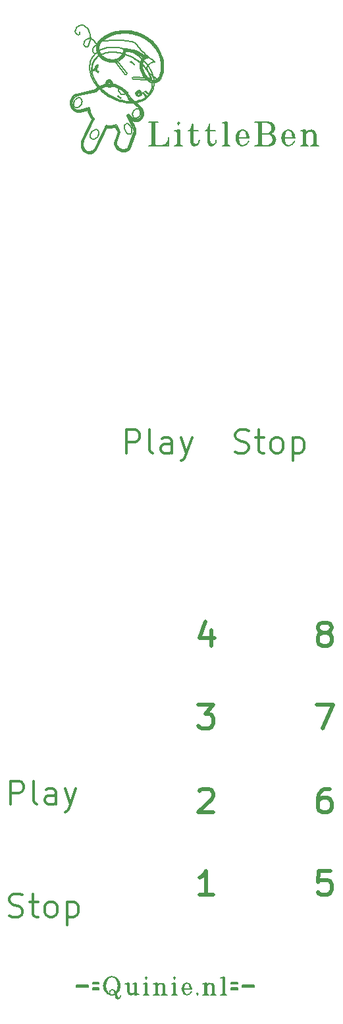
<source format=gbr>
%TF.GenerationSoftware,KiCad,Pcbnew,(6.0.7-1)-1*%
%TF.CreationDate,2022-11-17T19:45:24+01:00*%
%TF.ProjectId,LittleBenPanelv2,4c697474-6c65-4426-956e-50616e656c76,rev?*%
%TF.SameCoordinates,Original*%
%TF.FileFunction,Legend,Top*%
%TF.FilePolarity,Positive*%
%FSLAX46Y46*%
G04 Gerber Fmt 4.6, Leading zero omitted, Abs format (unit mm)*
G04 Created by KiCad (PCBNEW (6.0.7-1)-1) date 2022-11-17 19:45:24*
%MOMM*%
%LPD*%
G01*
G04 APERTURE LIST*
%ADD10C,0.200000*%
%ADD11C,0.500000*%
%ADD12C,0.300000*%
G04 APERTURE END LIST*
D10*
X45209972Y-36281539D02*
X43940987Y-38902971D01*
X60520477Y-148595098D02*
G75*
G03*
X60685998Y-148429497I823J164698D01*
G01*
X51760706Y-30633543D02*
X51902738Y-30836656D01*
X52059171Y-31017902D01*
X52227548Y-31175673D01*
X52405414Y-31308362D01*
X52590313Y-31414362D01*
X52779789Y-31492067D01*
X53019331Y-31546957D01*
X53162652Y-31556159D01*
X56298691Y-39404520D02*
X56424101Y-39404520D01*
X55792100Y-148427500D02*
X55886690Y-148427500D01*
X47770313Y-31833990D02*
X47796547Y-31626693D01*
X47746967Y-31428609D01*
X47674548Y-31316552D01*
X62316336Y-36928538D02*
G75*
G03*
X62096794Y-36709064I-218336J1138D01*
G01*
X51184165Y-33329681D02*
X51184165Y-33329681D01*
X64586350Y-147460020D02*
X65981460Y-147460020D01*
X50938673Y-33221287D02*
X51116726Y-33316037D01*
X51184463Y-33321547D01*
X46885191Y-37276975D02*
X45612734Y-39906377D01*
X53340230Y-26717803D02*
X53189843Y-26547133D01*
X53031959Y-26383861D01*
X52866874Y-26228155D01*
X52694888Y-26080182D01*
X52516299Y-25940111D01*
X52331406Y-25808109D01*
X52140508Y-25684344D01*
X51943902Y-25568983D01*
X51741888Y-25462196D01*
X51534765Y-25364149D01*
X51322830Y-25275010D01*
X51106383Y-25194947D01*
X50885721Y-25124129D01*
X50661145Y-25062722D01*
X50432952Y-25010895D01*
X50201441Y-24968816D01*
X66923903Y-39406523D02*
G75*
G03*
X67143359Y-39625997I218397J-1077D01*
G01*
X47607448Y-31812531D02*
X47595372Y-31608944D01*
X47556806Y-31552678D01*
X47298836Y-31425351D02*
X47162815Y-31580075D01*
X47139351Y-31712273D01*
X51864847Y-30552810D02*
X52005807Y-30752677D01*
X52162542Y-30930648D01*
X52332002Y-31084398D01*
X52511137Y-31211604D01*
X52696897Y-31309942D01*
X52886232Y-31377088D01*
X52962284Y-31394693D01*
X72033021Y-39626000D02*
X72189791Y-39626000D01*
X45247770Y-146984100D02*
X46075370Y-146984100D01*
X62033530Y-148571398D02*
G75*
G03*
X62128103Y-148429504I-118730J181598D01*
G01*
X52127476Y-147291482D02*
G75*
G03*
X52009226Y-147173265I-323976J-205818D01*
G01*
X54704690Y-148593020D02*
X54822920Y-148593020D01*
X50259732Y-148497424D02*
G75*
G03*
X50590773Y-148402849I-7932J654424D01*
G01*
X51056591Y-32680966D02*
X50909128Y-32821531D01*
X50871820Y-32979932D01*
X50593472Y-37071865D02*
X50054484Y-36118231D01*
X55953793Y-39623968D02*
G75*
G03*
X56173268Y-39404523I1207J218268D01*
G01*
X55768476Y-147292482D02*
G75*
G03*
X55650226Y-147174265I-323976J-205818D01*
G01*
X47661808Y-31819497D02*
X47669236Y-31613089D01*
X47596025Y-31474319D01*
X51393418Y-32742601D02*
X51212028Y-32655630D01*
X51056591Y-32680966D01*
X50610653Y-29216427D02*
X50580542Y-29261416D01*
X50901119Y-32988251D02*
X50977343Y-33180501D01*
X51157688Y-33269514D01*
X51186351Y-33270368D01*
X52032870Y-148568370D02*
X52269330Y-148568370D01*
X51187161Y-33254376D02*
X51187161Y-33254376D01*
X60184981Y-37461560D02*
X60184981Y-39123330D01*
X45052636Y-25933738D02*
X44844452Y-25889887D01*
X44641106Y-25915047D01*
X44454777Y-26002748D01*
X44297648Y-26146521D01*
X44181899Y-26339896D01*
X44154618Y-26414259D01*
X72409346Y-37964228D02*
G75*
G03*
X72189794Y-37744754I-218346J1128D01*
G01*
X60733275Y-147199947D02*
G75*
G03*
X59905694Y-147460021I-306875J-470253D01*
G01*
X50264376Y-36295886D02*
X50445127Y-36419067D01*
X50642420Y-36499062D01*
X50848924Y-36532951D01*
X50890685Y-36533940D01*
X49767490Y-38097556D02*
X49964469Y-38160907D01*
X50161510Y-38096400D01*
X50248978Y-37985051D01*
X59551000Y-147176270D02*
X59432770Y-147176270D01*
X51185254Y-33299499D02*
X51185254Y-33299499D01*
X63901370Y-147932940D02*
X63901370Y-147720120D01*
X65981460Y-147460020D02*
X66028750Y-147578250D01*
X50425247Y-148544731D02*
G75*
G03*
X50708992Y-148237330I-389447J644131D01*
G01*
X66767101Y-39469230D02*
X66767101Y-36772770D01*
X49842170Y-27538885D02*
X50041546Y-27574756D01*
X50238364Y-27618639D01*
X50432387Y-27670419D01*
X50623375Y-27729985D01*
X50872896Y-27821318D01*
X51116037Y-27926021D01*
X51352234Y-28043825D01*
X51580922Y-28174461D01*
X51801540Y-28317661D01*
X51274982Y-35039015D02*
X51088324Y-34940063D01*
X50888243Y-34946405D01*
X50721819Y-35021215D01*
X52716432Y-32730964D02*
X52574291Y-32976092D01*
X52399081Y-33197503D01*
X52192868Y-33394303D01*
X51957722Y-33565599D01*
X51695709Y-33710495D01*
X51507130Y-33791986D01*
X51308142Y-33861082D01*
X51099358Y-33917518D01*
X50881391Y-33961031D01*
X50654853Y-33991354D01*
X50420358Y-34008224D01*
X50178519Y-34011375D01*
X49929947Y-34000542D01*
X49803328Y-33989800D01*
X50852316Y-32974762D02*
X50915146Y-33168834D01*
X50952176Y-33212909D01*
X59811100Y-147152620D02*
X59811100Y-148429500D01*
X43226529Y-25346042D02*
X43418162Y-25408420D01*
X43596298Y-25312612D01*
X43614605Y-25288577D01*
X47128329Y-31998193D02*
X47302177Y-32113740D01*
X47406899Y-32128376D01*
X48334240Y-39121541D02*
X48795294Y-37858118D01*
X49791455Y-35885136D02*
X49845478Y-35786124D01*
X47082914Y-31694423D02*
X47141137Y-31902935D01*
X47298756Y-32042192D01*
X47409054Y-32062586D01*
X45386094Y-31362598D02*
X45488435Y-31534642D01*
X45598967Y-31703611D01*
X45717402Y-31869244D01*
X45843457Y-32031282D01*
X45976846Y-32189466D01*
X46117284Y-32343537D01*
X46264485Y-32493234D01*
X46418164Y-32638298D01*
X46578037Y-32778470D01*
X46743817Y-32913490D01*
X46915220Y-33043100D01*
X47091961Y-33167039D01*
X47273754Y-33285047D01*
X47460313Y-33396867D01*
X47651355Y-33502237D01*
X47846594Y-33600900D01*
X51393350Y-33080439D02*
X51376669Y-32881112D01*
X51340219Y-32835300D01*
X51890997Y-148592018D02*
G75*
G03*
X52056518Y-148426497I903J164618D01*
G01*
X52151100Y-147149620D02*
X52151100Y-148426500D01*
X45850689Y-38545893D02*
X45956694Y-38375115D01*
X46026391Y-38175609D01*
X46042401Y-38067118D01*
X74165101Y-39626000D02*
X74321871Y-39626000D01*
X52693211Y-39624000D02*
X52442371Y-39624000D01*
X47686040Y-31294130D02*
X47514329Y-31174730D01*
X47303552Y-31166733D01*
X47229570Y-31195862D01*
X51414989Y-35417882D02*
X51385577Y-35216903D01*
X51274982Y-35039015D01*
X46652418Y-25903419D02*
X46480269Y-26017551D01*
X46329541Y-26149417D01*
X46178442Y-26328987D01*
X46061562Y-26529416D01*
X45980742Y-26748154D01*
X45947805Y-26902890D01*
X47101379Y-31700891D02*
X47155525Y-31895148D01*
X47194169Y-31947960D01*
X51429112Y-32680013D02*
X51254161Y-32582443D01*
X51044382Y-32600611D01*
X51031692Y-32606162D01*
X51358285Y-32804476D02*
X51163868Y-32733860D01*
X51082427Y-32754777D01*
X60812064Y-39593640D02*
G75*
G03*
X61156960Y-38997915I-343964J596840D01*
G01*
X49928690Y-147102330D02*
X49455770Y-147173270D01*
X59905690Y-147105330D02*
X59905690Y-148429500D01*
X48670793Y-37870693D02*
X48601278Y-38061248D01*
X48514569Y-38298946D01*
X48436369Y-38513320D01*
X48359996Y-38722687D01*
X48280707Y-38940046D01*
X48231172Y-39075843D01*
X47739329Y-31829487D02*
X47762099Y-31626179D01*
X47696681Y-31422151D01*
X47652202Y-31361032D01*
X73945661Y-38121004D02*
G75*
G03*
X73757502Y-37776112I-414561J-2396D01*
G01*
X55792100Y-146370310D02*
X55792100Y-146559480D01*
X47209582Y-148379237D02*
G75*
G03*
X48250038Y-148379209I520218J385137D01*
G01*
X51740702Y-32808142D02*
X51906111Y-32936430D01*
X52068705Y-33074443D01*
X52171467Y-33207911D01*
X48804345Y-40313230D02*
X49005920Y-40385493D01*
X49210428Y-40421637D01*
X49303656Y-40425703D01*
X53226242Y-36645386D02*
G75*
G03*
X53069457Y-36833476I109558J-250714D01*
G01*
X55792100Y-147150620D02*
X55792100Y-148427500D01*
X45823089Y-27719741D02*
X45872871Y-27513066D01*
X45893644Y-27305759D01*
X45886710Y-27100848D01*
X45853374Y-26901362D01*
X45770108Y-26649055D01*
X45645311Y-26418959D01*
X45482073Y-26218254D01*
X45283485Y-26054120D01*
X45052636Y-25933738D01*
X50756290Y-147291500D02*
X50709000Y-147338790D01*
X48234892Y-37100028D02*
X48337205Y-37280959D01*
X48439507Y-37461779D01*
X48544106Y-37646657D01*
X48650145Y-37834140D01*
X48670793Y-37870693D01*
X51031692Y-32606162D02*
X50878489Y-32738716D01*
X50814253Y-32934755D01*
X50813742Y-32963507D01*
X54350000Y-148569370D02*
X54539170Y-148569370D01*
X47185708Y-31727112D02*
X47253882Y-31902907D01*
X47596025Y-31474319D02*
X47413727Y-31385549D01*
X47294757Y-31411951D01*
X50580542Y-29261416D02*
X50427786Y-29119552D01*
X50258739Y-28986385D01*
X50133304Y-28937811D01*
X49928690Y-148166390D02*
X49928690Y-147102330D01*
X51506919Y-33093457D02*
X51525703Y-32891968D01*
X51432386Y-32700963D01*
X51422926Y-32691075D01*
X60165790Y-148595020D02*
X59432770Y-148595020D01*
X51188262Y-33224539D02*
X51369859Y-33125202D01*
X51393350Y-33080439D01*
X47556806Y-31552678D02*
X47361331Y-31491680D01*
X47323473Y-31505666D01*
X50989051Y-33011273D02*
X51049231Y-33147792D01*
X57754492Y-147293530D02*
G75*
G03*
X57021524Y-147293503I-366492J-219270D01*
G01*
X62388210Y-148595020D02*
X62482790Y-148595020D01*
X50998249Y-33014227D02*
X51055538Y-33143616D01*
X47409054Y-32062586D02*
X47409054Y-32062586D01*
X45247770Y-147196920D02*
X45247770Y-146984100D01*
X68617011Y-38371831D02*
G75*
G03*
X68115337Y-38121009I-532411J-437769D01*
G01*
X50570959Y-37952170D02*
X49887970Y-39824900D01*
X47428886Y-28747769D02*
X47674777Y-28779152D01*
X47916901Y-28779565D01*
X48152186Y-28749693D01*
X48377559Y-28690221D01*
X48589950Y-28601836D01*
X48786286Y-28485224D01*
X48859637Y-28430829D01*
X45341319Y-29877330D02*
X45393864Y-29977453D01*
X53445708Y-36614035D02*
G75*
G03*
X53226235Y-36833478I-1208J-218265D01*
G01*
X51063268Y-33138416D02*
X51190392Y-33186618D01*
X49786809Y-147291504D02*
G75*
G03*
X49692232Y-147173274I-129309J-6496D01*
G01*
X54539182Y-148427498D02*
G75*
G03*
X54704684Y-148593018I164618J-902D01*
G01*
X51967722Y-30472782D02*
X51854333Y-30270321D01*
X51764503Y-30062873D01*
X51698216Y-29853631D01*
X51655462Y-29645788D01*
X51636228Y-29442537D01*
X51635041Y-29376360D01*
X47602014Y-31463327D02*
X47413895Y-31371271D01*
X47291084Y-31398518D01*
X57092428Y-148523111D02*
G75*
G03*
X57423495Y-148617665I280972J356911D01*
G01*
X51187161Y-33254376D02*
X51374534Y-33167707D01*
X51425693Y-33084035D01*
X45612734Y-39906377D02*
X45507919Y-40077986D01*
X45355309Y-40237964D01*
X45178220Y-40351616D01*
X44985239Y-40415793D01*
X44842423Y-40429600D01*
X47407371Y-32111919D02*
X47601943Y-32041746D01*
X47729561Y-31876507D01*
X47747014Y-31831144D01*
X47409462Y-32046457D02*
X47593677Y-31968111D01*
X47684590Y-31823026D01*
X53940386Y-30951188D02*
X54010182Y-30761650D01*
X54079979Y-30576078D01*
X47412223Y-31980782D02*
X47588711Y-31881808D01*
X47622847Y-31814500D01*
X43108252Y-34752206D02*
X43320603Y-34743473D01*
X43516535Y-34649954D01*
X43677879Y-34504378D01*
X43710243Y-34464873D01*
X63073770Y-147199920D02*
X63073770Y-146987100D01*
X72534691Y-39406520D02*
X72660100Y-39406520D01*
X46130368Y-32082758D02*
X45966275Y-31884793D01*
X45816984Y-31683733D01*
X45682653Y-31480245D01*
X45563443Y-31274994D01*
X45459513Y-31068646D01*
X45371024Y-30861867D01*
X45298135Y-30655323D01*
X45241006Y-30449680D01*
X45199796Y-30245604D01*
X45174667Y-30043761D01*
X45167471Y-29746639D01*
X45197354Y-29458287D01*
X45264854Y-29180951D01*
X45370512Y-28916881D01*
X49692230Y-147173270D02*
X49834100Y-147149620D01*
X51098987Y-32804234D02*
X50972754Y-32966031D01*
X50969731Y-33006178D01*
X50980203Y-33194277D02*
X51164837Y-33276756D01*
X51186333Y-33277094D01*
X66923871Y-38121000D02*
X67895851Y-38121000D01*
X56974243Y-148452132D02*
G75*
G03*
X57423500Y-148617662I384057J349932D01*
G01*
X47449777Y-28608865D02*
X47228454Y-28552772D01*
X47020634Y-28472649D01*
X46828150Y-28370731D01*
X46652836Y-28249258D01*
X46496526Y-28110467D01*
X46361055Y-27956596D01*
X46248256Y-27789883D01*
X46136296Y-27551491D01*
X46072251Y-27299552D01*
X46058277Y-27104899D01*
X47396742Y-31877711D02*
X47396742Y-31877711D01*
X51186333Y-33277094D02*
X51186333Y-33277094D01*
X51334356Y-32845668D02*
X51137192Y-32791506D01*
X51098987Y-32804234D01*
X51116100Y-32853139D02*
X51008789Y-33016451D01*
X59777371Y-37743750D02*
X60059561Y-37743750D01*
X53540282Y-27202202D02*
X53394819Y-26998278D01*
X53238635Y-26802748D01*
X53072191Y-26615900D01*
X52895944Y-26438023D01*
X52710355Y-26269404D01*
X52515884Y-26110332D01*
X52312990Y-25961094D01*
X52102132Y-25821980D01*
X51883769Y-25693276D01*
X51658362Y-25575272D01*
X51426370Y-25468256D01*
X51188252Y-25372515D01*
X50944468Y-25288338D01*
X50695478Y-25216013D01*
X50441740Y-25155828D01*
X50183715Y-25108072D01*
X51772770Y-148592020D02*
X51891000Y-148592020D01*
X52028181Y-28485474D02*
X52074395Y-28456565D01*
X45055258Y-28666853D02*
X44978940Y-28896340D01*
X44925204Y-29133683D01*
X44893919Y-29377825D01*
X44884956Y-29627713D01*
X44898185Y-29882292D01*
X44933477Y-30140506D01*
X44990703Y-30401302D01*
X45069733Y-30663625D01*
X45170438Y-30926421D01*
X45292688Y-31188633D01*
X45386094Y-31362598D01*
X59716520Y-148429500D02*
X59716520Y-147341790D01*
X73757503Y-37776092D02*
G75*
G03*
X72660105Y-38120998I-406903J-623608D01*
G01*
X57708789Y-37681036D02*
G75*
G03*
X57865565Y-37555626I-224489J441336D01*
G01*
X56141922Y-39592668D02*
G75*
G03*
X56298692Y-39404518I-34422J188068D01*
G01*
X46028080Y-147811710D02*
X45318710Y-147811710D01*
X42509898Y-34397828D02*
X42569328Y-34601213D01*
X42661249Y-34781970D01*
X42814864Y-34971117D01*
X43003150Y-35113420D01*
X43217165Y-35202499D01*
X43447969Y-35231972D01*
X43638690Y-35208346D01*
X73945621Y-38121000D02*
X73945621Y-39406520D01*
X47282060Y-31371522D02*
X47137701Y-31526174D01*
X47101379Y-31700891D01*
X47412223Y-31980782D02*
X47412223Y-31980782D01*
X59669230Y-147176270D02*
X59811100Y-147152620D01*
X48260116Y-27655271D02*
X48515192Y-27687225D01*
X48770471Y-27732683D01*
X49025181Y-27791244D01*
X49278549Y-27862505D01*
X49529802Y-27946066D01*
X49778168Y-28041526D01*
X50022875Y-28148484D01*
X50263149Y-28266538D01*
X50498219Y-28395288D01*
X50727311Y-28534332D01*
X50949653Y-28683269D01*
X51164473Y-28841698D01*
X51370998Y-29009218D01*
X51568454Y-29185428D01*
X51756071Y-29369926D01*
X51933075Y-29562312D01*
X52029060Y-32597365D02*
X52029060Y-32597365D01*
X51055538Y-33143616D02*
X51189202Y-33194786D01*
X68083981Y-38121000D02*
X66923871Y-38121000D01*
X47045639Y-31683182D02*
X47090949Y-31879948D01*
X47154865Y-31977755D01*
X48439168Y-148899427D02*
G75*
G03*
X48746600Y-149017640I199832J60827D01*
G01*
X59902789Y-37681036D02*
G75*
G03*
X60059565Y-37555626I-224489J441336D01*
G01*
X51381578Y-32762816D02*
X51190188Y-32680047D01*
X51065168Y-32705227D01*
X51048127Y-32656374D02*
X50897712Y-32795293D01*
X50852316Y-32974762D01*
X51399378Y-32731900D02*
X51212585Y-32642013D01*
X51052514Y-32668159D01*
X52056527Y-147338793D02*
G75*
G03*
X51890997Y-147173273I-164627J893D01*
G01*
X47064403Y-31688897D02*
X47111486Y-31883522D01*
X47168057Y-31967676D01*
X48589399Y-27059531D02*
X48280708Y-27023262D01*
X47979279Y-27007245D01*
X47686064Y-27011048D01*
X47402016Y-27034236D01*
X47128087Y-27076376D01*
X46865231Y-27137036D01*
X46614400Y-27215781D01*
X46376547Y-27312179D01*
X46152624Y-27425796D01*
X45943585Y-27556199D01*
X45750382Y-27702954D01*
X45573968Y-27865629D01*
X45415296Y-28043789D01*
X45275319Y-28237002D01*
X45154988Y-28444834D01*
X45055258Y-28666853D01*
X51690045Y-35399994D02*
X51640227Y-35185203D01*
X51548186Y-34986467D01*
X51418437Y-34812273D01*
X51331723Y-34729227D01*
X47073481Y-31691779D02*
X47123516Y-31888938D01*
X47174427Y-31962627D01*
X60059567Y-37681043D02*
G75*
G03*
X60184986Y-37461564I-395267J371443D01*
G01*
X73820211Y-39406520D02*
X73945621Y-39406520D01*
X60875146Y-147460023D02*
G75*
G03*
X60733290Y-147199920I-312646J-1777D01*
G01*
X47148189Y-31982348D02*
X47318810Y-32092036D01*
X47407751Y-32103121D01*
X66610331Y-36835480D02*
X66610331Y-39406520D01*
X47406899Y-32128376D02*
X47598643Y-32063456D01*
X47729877Y-31910815D01*
X47762594Y-31833200D01*
X54444627Y-148427505D02*
G75*
G03*
X54539164Y-148569377I137373J-10895D01*
G01*
X43438310Y-35108448D02*
X43226450Y-35077985D01*
X43031587Y-34990804D01*
X42862574Y-34853217D01*
X42728261Y-34671536D01*
X42637501Y-34452073D01*
X42618457Y-34371614D01*
X52424046Y-31236523D02*
X52514556Y-31110943D01*
X50166249Y-25247261D02*
X49922737Y-25214504D01*
X49681178Y-25193775D01*
X49441944Y-25184824D01*
X49205405Y-25187402D01*
X48971933Y-25201259D01*
X48741899Y-25226147D01*
X48515674Y-25261815D01*
X48293630Y-25308014D01*
X48076138Y-25364495D01*
X47863569Y-25431009D01*
X47656295Y-25507307D01*
X47454686Y-25593138D01*
X47259115Y-25688254D01*
X47069951Y-25792406D01*
X46887568Y-25905343D01*
X46712336Y-26026818D01*
X47458204Y-31754433D02*
X47458204Y-31754433D01*
X44026768Y-39494210D02*
X44047595Y-39284165D01*
X44104365Y-39091703D01*
X44136053Y-39019695D01*
X53226231Y-39404520D02*
X53226231Y-36833480D01*
X55697527Y-147339793D02*
G75*
G03*
X55531997Y-147174273I-164627J893D01*
G01*
X45248661Y-38832978D02*
X45460944Y-38824312D01*
X45656888Y-38730873D01*
X45818302Y-38585379D01*
X45850689Y-38545893D01*
X42599523Y-34171818D02*
X42627207Y-33936337D01*
X42705737Y-33719833D01*
X42829403Y-33532094D01*
X42992496Y-33382906D01*
X43189306Y-33282054D01*
X43261416Y-33260871D01*
X50948073Y-26712251D02*
X50948073Y-26712251D01*
X50330797Y-36197228D02*
X50523145Y-36323293D01*
X50728166Y-36393198D01*
X50936296Y-36408047D01*
X51137971Y-36368941D01*
X51323627Y-36276983D01*
X51483702Y-36133276D01*
X51538427Y-36061551D01*
X73694791Y-39406520D02*
X73694791Y-38121000D01*
X51801540Y-28317661D02*
X51644016Y-28488495D01*
X51537139Y-28662669D01*
X51457325Y-28859936D01*
X51405601Y-29077910D01*
X51382992Y-29314209D01*
X51382127Y-29355207D01*
X51007974Y-33175655D02*
X51187652Y-33247021D01*
X57920074Y-147790063D02*
G75*
G03*
X57754543Y-147293502I-777874J16563D01*
G01*
X72660100Y-39406520D02*
X72660100Y-38121000D01*
X51340219Y-32835300D02*
X51142485Y-32776699D01*
X51094467Y-32791779D01*
X60686002Y-147460019D02*
G75*
G03*
X60567769Y-147247209I-256902J-3481D01*
G01*
X49511705Y-27498342D02*
X49720527Y-27521068D01*
X49842170Y-27538885D01*
X47406899Y-32128376D02*
X47406899Y-32128376D01*
X45709461Y-39965182D02*
X46982096Y-37335602D01*
X47411248Y-32013080D02*
X47411248Y-32013080D01*
X51450212Y-33086752D02*
X51455133Y-32882552D01*
X51381578Y-32762816D01*
X47115020Y-146558464D02*
G75*
G03*
X47115040Y-148355559I1047780J-898536D01*
G01*
X49250878Y-27531834D02*
X49189510Y-27769121D01*
X49084289Y-27983871D01*
X48939942Y-28173279D01*
X48761193Y-28334539D01*
X48552769Y-28464848D01*
X48319395Y-28561398D01*
X48065798Y-28621385D01*
X47865171Y-28640694D01*
X47796703Y-28642005D01*
X47612423Y-31440706D02*
X47434426Y-31344088D01*
X47282060Y-31371522D01*
X45318710Y-147102330D02*
X46028080Y-147102330D01*
X47412262Y-31972896D02*
X47412262Y-31972896D01*
X51186351Y-33270368D02*
X51186351Y-33270368D01*
X45915881Y-37670535D02*
X45724641Y-37577217D01*
X45513404Y-37597692D01*
X45333839Y-37689267D01*
X49303656Y-40425703D02*
X49505138Y-40405678D01*
X49715145Y-40334466D01*
X49891174Y-40216311D01*
X50025885Y-40056030D01*
X50092743Y-39918421D01*
X52151100Y-146322121D02*
G75*
G03*
X52151100Y-146558479I0J-118179D01*
G01*
X48143496Y-39633075D02*
X48233913Y-39817549D01*
X48357979Y-39985442D01*
X48511810Y-40132779D01*
X48691524Y-40255591D01*
X48804345Y-40313230D01*
X60875182Y-148429498D02*
G75*
G03*
X61040684Y-148595018I164618J-902D01*
G01*
X49845478Y-35786124D02*
X50018081Y-35932253D01*
X50177165Y-36067031D01*
X50329789Y-36196373D01*
X50330797Y-36197228D01*
X57865567Y-37681043D02*
G75*
G03*
X57990986Y-37461564I-395267J371443D01*
G01*
X52289609Y-32991465D02*
X52156013Y-32838873D01*
X52008278Y-32693470D01*
X51991332Y-32685750D01*
X54231796Y-147245173D02*
G75*
G03*
X53687917Y-147292505I-240996J-379227D01*
G01*
X55886690Y-147103330D02*
X55886690Y-148427500D01*
X51073329Y-32730141D02*
X50930877Y-32879971D01*
X50910705Y-32990476D01*
X52056520Y-148426500D02*
X52056520Y-147338790D01*
X64071269Y-37901518D02*
G75*
G03*
X64165338Y-39531936I1082231J-755482D01*
G01*
X43851097Y-39847217D02*
X43929281Y-40061274D01*
X44041179Y-40250771D01*
X44183701Y-40411409D01*
X44353756Y-40538886D01*
X50385528Y-30972432D02*
X50385528Y-30972432D01*
X53687924Y-147292512D02*
G75*
G03*
X53569691Y-147458026I340876J-368488D01*
G01*
X51021870Y-33166212D02*
X51188474Y-33231734D01*
X49375593Y-25185633D02*
X49595169Y-25190516D01*
X49816871Y-25205293D01*
X50040574Y-25230151D01*
X50165672Y-25248386D01*
X51353376Y-33075473D02*
X51311293Y-32886572D01*
X49376543Y-27555807D02*
X49379392Y-27353092D01*
X49860529Y-27398924D02*
X50086068Y-27440374D01*
X50308121Y-27492188D01*
X50526419Y-27554132D01*
X50740698Y-27625973D01*
X50950691Y-27707477D01*
X51156132Y-27798409D01*
X51356756Y-27898538D01*
X51552295Y-28007629D01*
X51742484Y-28125448D01*
X51927058Y-28251763D01*
X52046856Y-28340577D01*
X49834065Y-148190042D02*
G75*
G03*
X50330663Y-148544727I376135J1642D01*
G01*
X52881331Y-39592650D02*
X53257581Y-39592650D01*
X42401959Y-34423511D02*
X42456447Y-34618503D01*
X42563283Y-34838424D01*
X42707353Y-35026655D01*
X42882447Y-35177598D01*
X43082356Y-35285652D01*
X43300870Y-35345220D01*
X43438327Y-35355359D01*
X45931978Y-27111245D02*
X45948278Y-27323816D01*
X45995878Y-27531169D01*
X46072827Y-27730874D01*
X46177173Y-27920501D01*
X46306964Y-28097621D01*
X46460249Y-28259805D01*
X46635077Y-28404621D01*
X46829496Y-28529641D01*
X47041555Y-28632435D01*
X47269302Y-28710574D01*
X47428886Y-28747769D01*
X43261416Y-33260871D02*
X45689252Y-32676716D01*
X46982096Y-37335602D02*
X47032044Y-37196029D01*
X51189469Y-33201719D02*
X51363183Y-33090754D01*
X51369128Y-33077260D01*
X54444580Y-147505310D02*
X54444580Y-148427500D01*
X51189383Y-33209260D02*
X51364281Y-33106096D01*
X51377721Y-33078333D01*
X64541581Y-39657350D02*
X64604291Y-39657350D01*
X51189383Y-33209260D02*
X51189383Y-33209260D01*
X47657750Y-31350438D02*
X47478035Y-31236558D01*
X47275933Y-31251117D01*
X47249788Y-31263296D01*
X72816887Y-37901531D02*
G75*
G03*
X72660105Y-38120999I451913J-488569D01*
G01*
X60071210Y-148595020D02*
X60165790Y-148595020D01*
X63144710Y-147814710D02*
X63073770Y-147932940D01*
X54095208Y-29922796D02*
X54115704Y-29717723D01*
X54124486Y-29513519D01*
X54121802Y-29310475D01*
X54107897Y-29108887D01*
X54083020Y-28909046D01*
X54047416Y-28711248D01*
X54001334Y-28515786D01*
X53945020Y-28322953D01*
X53878722Y-28133043D01*
X53802685Y-27946350D01*
X53717158Y-27763168D01*
X53622388Y-27583789D01*
X53518621Y-27408508D01*
X53406104Y-27237618D01*
X53285084Y-27071413D01*
X53155810Y-26910187D01*
X53018526Y-26754232D01*
X52873482Y-26603844D01*
X52720923Y-26459315D01*
X52561096Y-26320939D01*
X52394250Y-26189011D01*
X52220630Y-26063822D01*
X52040483Y-25945667D01*
X51854058Y-25834841D01*
X51661600Y-25731635D01*
X51463358Y-25636345D01*
X51259577Y-25549263D01*
X51050505Y-25470683D01*
X50836390Y-25400900D01*
X50617477Y-25340206D01*
X50394014Y-25288895D01*
X50166249Y-25247261D01*
X51188474Y-33231734D02*
X51188474Y-33231734D01*
X61940021Y-39625000D02*
X62096791Y-39625000D01*
X50709028Y-147338793D02*
G75*
G03*
X50543477Y-147173273I-164628J893D01*
G01*
X60059552Y-37555620D02*
G75*
G03*
X60310393Y-36897189I-842652J698020D01*
G01*
X47406151Y-32144361D02*
X47406151Y-32144361D01*
X45807588Y-40023810D02*
X47080222Y-37394053D01*
X50688410Y-37286539D02*
X50607322Y-37096810D01*
X50593472Y-37071865D01*
X51184731Y-33314427D02*
X51184731Y-33314427D01*
X55673866Y-148569344D02*
G75*
G03*
X55792101Y-148427501I-25966J141844D01*
G01*
X51172271Y-32613704D02*
X50972795Y-32687735D01*
X50856267Y-32866945D01*
X50843038Y-32971465D01*
X47410888Y-32021317D02*
X47593969Y-31935330D01*
X47661808Y-31819497D01*
X45310933Y-36332196D02*
X44038175Y-38961599D01*
X46073787Y-26670561D02*
X45862052Y-26669785D01*
X45666430Y-26736046D01*
X45497825Y-26860376D01*
X45367141Y-27033811D01*
X45285282Y-27247384D01*
X45270731Y-27325946D01*
X51189469Y-33201719D02*
X51189469Y-33201719D01*
X74321871Y-39626000D02*
X73318541Y-39626000D01*
X61867997Y-148595018D02*
G75*
G03*
X62033518Y-148429497I903J164618D01*
G01*
X53826116Y-30890198D02*
X53701761Y-31047042D01*
X53629546Y-31117943D01*
X54350000Y-148427500D02*
X54350000Y-147458020D01*
X52657222Y-29800787D02*
X52498261Y-29540181D01*
X52321479Y-29288031D01*
X52127972Y-29045074D01*
X51918837Y-28812050D01*
X51695171Y-28589699D01*
X51458069Y-28378758D01*
X51208630Y-28179967D01*
X50947949Y-27994065D01*
X50677123Y-27821791D01*
X50397248Y-27663883D01*
X50109422Y-27521082D01*
X49814741Y-27394126D01*
X49514301Y-27283754D01*
X49209200Y-27190704D01*
X48900534Y-27115717D01*
X48589399Y-27059531D01*
X64008577Y-39437864D02*
G75*
G03*
X64604290Y-39657363I509323J464164D01*
G01*
X47692751Y-31823620D02*
X47706684Y-31613262D01*
X47618305Y-31429080D01*
X51188474Y-33231734D02*
X51367290Y-33141979D01*
X51401954Y-33081183D01*
X51184463Y-33321547D02*
X51375035Y-33256571D01*
X51499224Y-33091959D01*
X60567796Y-147247173D02*
G75*
G03*
X60023917Y-147294505I-240996J-379227D01*
G01*
X49893638Y-33667015D02*
X51265461Y-34827176D01*
X59905690Y-148429500D02*
X59905690Y-147460020D01*
X47409639Y-32054320D02*
X47599230Y-31973390D01*
X47692751Y-31823620D01*
X55697520Y-148427500D02*
X55697520Y-147339790D01*
X57865552Y-37555620D02*
G75*
G03*
X58116393Y-36897189I-842652J698020D01*
G01*
X47674548Y-31316552D02*
X47510128Y-31202577D01*
X47308306Y-31194976D01*
X47237468Y-31222801D01*
X51000905Y-33180260D02*
X51187161Y-33254376D01*
X47260863Y-31897462D02*
X47412875Y-31964402D01*
X57920060Y-147790060D02*
X57825480Y-147837350D01*
X66028750Y-147578250D02*
X66028750Y-147365440D01*
X47270089Y-31330837D02*
X47125126Y-31476160D01*
X47073461Y-31677185D01*
X47073481Y-31691779D01*
X48273769Y-149017599D02*
G75*
G03*
X48746608Y-149017640I236431J130299D01*
G01*
X56926940Y-147837350D02*
X57991000Y-147837350D01*
X53283804Y-28868733D02*
X53050764Y-28936156D01*
X52826343Y-29025037D01*
X52647394Y-29118350D01*
X52480230Y-29235948D01*
X52308188Y-29432756D01*
X52235123Y-29678103D01*
X52272098Y-29895813D01*
X52408636Y-30143847D01*
X47253882Y-31902907D02*
X47412262Y-31972896D01*
X51188821Y-33216723D02*
X51188821Y-33216723D01*
X48517143Y-33333702D02*
X48527905Y-33263897D01*
X50930899Y-32995573D02*
X51007974Y-33175655D01*
X47618305Y-31429080D02*
X47435043Y-31329438D01*
X47278215Y-31357812D01*
X47115040Y-148355561D02*
X47162330Y-148450150D01*
X49511467Y-36853907D02*
X49511467Y-36853907D01*
X60402250Y-148595020D02*
X60520480Y-148595020D01*
X56052210Y-148593020D02*
X56146790Y-148593020D01*
X52442371Y-36614000D02*
X52693211Y-36614000D01*
X71030322Y-38622670D02*
G75*
G03*
X70873535Y-37901525I-1694222J9270D01*
G01*
X72660100Y-37650690D02*
X72660100Y-39406520D01*
X66767075Y-36772802D02*
G75*
G03*
X66390854Y-36616002I-371575J-361798D01*
G01*
X66390853Y-39626040D02*
G75*
G03*
X66767104Y-39469228I4647J518640D01*
G01*
X48037225Y-148024518D02*
G75*
G03*
X47587953Y-148615665I-224625J-295582D01*
G01*
X45431848Y-30025400D02*
X45948122Y-29310787D01*
X50898122Y-148355558D02*
G75*
G03*
X51063684Y-148521078I164678J-842D01*
G01*
X52151088Y-148426498D02*
G75*
G03*
X52269333Y-148568374I170512J21898D01*
G01*
X51933075Y-29562312D02*
X52097167Y-29760277D01*
X52246459Y-29961336D01*
X52380790Y-30164825D01*
X52500000Y-30370076D01*
X52603929Y-30576424D01*
X52692418Y-30783203D01*
X52765308Y-30989747D01*
X52822437Y-31195390D01*
X52863646Y-31399466D01*
X52888776Y-31601309D01*
X52895971Y-31898431D01*
X52866088Y-32186783D01*
X52798588Y-32464119D01*
X52692931Y-32728190D01*
X53827043Y-30889184D02*
X53913024Y-30705168D01*
X53956875Y-30544678D01*
X53475118Y-148427499D02*
G75*
G03*
X53569681Y-148569379I213282J39699D01*
G01*
X47240757Y-31912817D02*
X47411725Y-31989190D01*
X54229563Y-39623997D02*
G75*
G03*
X54762584Y-39561293I-17063J2441897D01*
G01*
X47168057Y-31967676D02*
X47342357Y-32072633D01*
X47408614Y-32078923D01*
X50398441Y-36099102D02*
X49815349Y-35605635D01*
X47167256Y-31721370D02*
X47240757Y-31912817D01*
X51433798Y-33085155D02*
X51431533Y-32876277D01*
X51369637Y-32783773D01*
X47407371Y-32111919D02*
X47407371Y-32111919D01*
X43774693Y-33589294D02*
X43774693Y-33589294D01*
X65043251Y-37838812D02*
G75*
G03*
X64008571Y-37838812I-517340J-498369D01*
G01*
X48368256Y-148994011D02*
G75*
G03*
X48533795Y-149112236I181844J79611D01*
G01*
X57708791Y-37681040D02*
X57583371Y-37743750D01*
X47700349Y-31824722D02*
X47717073Y-31621006D01*
X47632535Y-31427533D01*
X47623976Y-31417502D01*
X54250593Y-29468023D02*
X54244145Y-29247090D01*
X54224888Y-29026458D01*
X54192948Y-28806632D01*
X54148452Y-28588119D01*
X54091525Y-28371422D01*
X54022296Y-28157049D01*
X53940891Y-27945503D01*
X53847437Y-27737291D01*
X53742060Y-27532919D01*
X53624887Y-27332890D01*
X53540282Y-27202202D01*
X47407751Y-32103121D02*
X47407751Y-32103121D01*
X62482790Y-148595020D02*
X61749770Y-148595020D01*
X47408485Y-32086432D02*
X47599625Y-32013444D01*
X47718931Y-31841736D01*
X47723918Y-31827480D01*
X48547338Y-37882738D02*
X48129149Y-39029260D01*
X47406151Y-32144361D02*
X47606600Y-32076329D01*
X47743794Y-31916311D01*
X47777999Y-31834939D01*
X69901522Y-37838772D02*
G75*
G03*
X69901563Y-39437873I882078J-799528D01*
G01*
X73820179Y-39406523D02*
G75*
G03*
X73945626Y-39594646I182221J-14377D01*
G01*
X51441931Y-33086644D02*
X51443360Y-32879564D01*
X51375602Y-32773775D01*
X53069461Y-36833480D02*
X53069461Y-39467230D01*
X47204460Y-31728202D02*
X47286598Y-31910702D01*
X47408944Y-31955948D01*
X51425693Y-33084035D02*
X51423501Y-32883109D01*
X51363771Y-32794137D01*
X62096791Y-36709060D02*
X61940021Y-36709060D01*
X47411685Y-31997075D02*
X47589935Y-31905581D01*
X47638566Y-31816718D01*
X57376210Y-148617670D02*
X57423500Y-148617670D01*
X43662743Y-35328436D02*
X44665317Y-35086662D01*
X48344599Y-148355543D02*
G75*
G03*
X48344620Y-146558481I-1047699J898543D01*
G01*
X47716068Y-31827033D02*
X47735705Y-31625509D01*
X47661390Y-31428541D01*
X47635472Y-31395687D01*
X62104443Y-146537838D02*
G75*
G03*
X61986227Y-146395960I-154643J-8662D01*
G01*
X72189793Y-39625968D02*
G75*
G03*
X72409268Y-39406523I1207J218268D01*
G01*
X50862227Y-32976999D02*
X50928766Y-33172779D01*
X51105817Y-33290889D01*
X51185254Y-33299499D01*
X51377721Y-33078333D02*
X51349534Y-32878630D01*
X51328936Y-32855778D01*
X48302358Y-39302030D02*
X48334240Y-39121541D01*
X50803522Y-148355558D02*
G75*
G03*
X50969104Y-148521078I164678J-842D01*
G01*
X51256103Y-35854358D02*
X51360362Y-35673654D01*
X51411172Y-35475346D01*
X51414989Y-35417882D01*
X49455770Y-147173270D02*
X49574000Y-147173270D01*
X47307352Y-31451802D02*
X47176639Y-31604694D01*
X47158185Y-31717780D01*
X44668043Y-26851770D02*
X44799445Y-26626797D01*
X44896463Y-26388556D01*
X44959599Y-26141218D01*
X44989355Y-25888955D01*
X44986232Y-25635936D01*
X44950734Y-25386332D01*
X44883364Y-25144315D01*
X44784622Y-24914055D01*
X44655012Y-24699724D01*
X44495035Y-24505491D01*
X44371763Y-24389229D01*
X47408614Y-32078923D02*
X47408614Y-32078923D01*
X48290668Y-36966477D02*
X48098851Y-37023875D01*
X47901239Y-37066994D01*
X47698280Y-37095101D01*
X47490423Y-37107467D01*
X52074395Y-28456565D02*
X52260617Y-28382132D01*
X52315597Y-28370191D01*
X47208047Y-31937411D02*
X47389527Y-32029120D01*
X47410647Y-32029582D01*
X72409271Y-39406520D02*
X72409271Y-37964230D01*
X61986230Y-146395960D02*
X62128100Y-146372310D01*
X51538427Y-36061551D02*
X51634845Y-35876687D01*
X51687775Y-35672114D01*
X51698015Y-35528409D01*
X73005001Y-39626000D02*
X72033021Y-39626000D01*
X46075370Y-147196920D02*
X45247770Y-147196920D01*
X50697151Y-36086512D02*
X50898811Y-36091287D01*
X51098094Y-36004301D01*
X51256103Y-35854358D01*
X51369637Y-32783773D02*
X51180555Y-32706623D01*
X51073329Y-32730141D01*
X44771237Y-34935399D02*
X44812940Y-35161182D01*
X44873224Y-35380868D01*
X44951986Y-35593678D01*
X45049125Y-35798835D01*
X45164540Y-35995559D01*
X45298129Y-36183073D01*
X45356631Y-36255325D01*
X47408944Y-31500457D02*
X47234063Y-31610107D01*
X47204460Y-31728202D01*
X56643581Y-39624000D02*
X56769000Y-39624000D01*
X46998707Y-31668485D02*
X47040603Y-31871265D01*
X47121647Y-32002888D01*
X47080222Y-37394053D02*
X47106082Y-37337374D01*
X67989928Y-39626051D02*
G75*
G03*
X68115337Y-38121002I-118828J767651D01*
G01*
X59811100Y-148429500D02*
X59905690Y-148429500D01*
X48085931Y-28765824D02*
X49474581Y-30556014D01*
X51186596Y-33262192D02*
X51186596Y-33262192D01*
X51189202Y-33194786D02*
X51189202Y-33194786D01*
X57707244Y-147293497D02*
G75*
G03*
X57068816Y-147293497I-319214J-144142D01*
G01*
X54066250Y-148593020D02*
X54184480Y-148593020D01*
X67864501Y-39626000D02*
X67989921Y-39626000D01*
X53162336Y-31274827D02*
X52927414Y-31244434D01*
X52728437Y-31174094D01*
X52531436Y-31064708D01*
X52340996Y-30918037D01*
X52196449Y-30775036D01*
X52061385Y-30610198D01*
X51967722Y-30472782D01*
X47407678Y-28887377D02*
X47614008Y-28916137D01*
X47797336Y-28924395D01*
X49928663Y-148166395D02*
G75*
G03*
X50259727Y-148497436I329337J-1705D01*
G01*
X44395820Y-26973752D02*
X44601414Y-26939557D01*
X44677855Y-26823919D01*
X50803580Y-147149620D02*
X50685350Y-147173270D01*
X51185766Y-33284564D02*
X51185766Y-33284564D01*
X61940021Y-36709060D02*
X62567101Y-36615000D01*
X63901370Y-147720120D02*
X63073770Y-147720120D01*
X44842441Y-40676688D02*
X45063267Y-40650937D01*
X45272016Y-40576268D01*
X45463000Y-40456554D01*
X45630530Y-40295669D01*
X45748118Y-40132944D01*
X45807588Y-40023810D01*
X47245724Y-31250223D02*
X47093110Y-31393936D01*
X47022590Y-31589889D01*
X47017415Y-31674421D01*
X51008789Y-33016451D02*
X51063268Y-33138416D01*
X50952176Y-33212909D02*
X51136424Y-33304660D01*
X51184673Y-33307316D01*
X47846594Y-33600900D02*
X48148699Y-33736605D01*
X48452628Y-33853307D01*
X48757198Y-33951033D01*
X49061226Y-34029807D01*
X49363527Y-34089655D01*
X49662919Y-34130603D01*
X49958218Y-34152676D01*
X50248241Y-34155899D01*
X50531804Y-34140299D01*
X50807723Y-34105900D01*
X51074815Y-34052728D01*
X51331898Y-33980810D01*
X51577786Y-33890169D01*
X51811298Y-33780833D01*
X52031249Y-33652826D01*
X52236456Y-33506174D01*
X66028750Y-147365440D02*
X64515420Y-147365440D01*
X45689252Y-32676716D02*
X45865421Y-32531815D01*
X46054264Y-32402141D01*
X46254806Y-32288723D01*
X46466072Y-32192592D01*
X46687084Y-32114777D01*
X46916868Y-32056307D01*
X47154448Y-32018211D01*
X47398850Y-32001521D01*
X47680096Y-31305252D02*
X47512025Y-31188574D01*
X47305725Y-31180787D01*
X47233316Y-31209268D01*
X44665317Y-35086662D02*
X44711267Y-35289093D01*
X44772076Y-35486525D01*
X44847498Y-35678392D01*
X44937291Y-35864133D01*
X45041212Y-36043182D01*
X45159016Y-36214978D01*
X45209972Y-36281539D01*
X68083987Y-36710049D02*
G75*
G03*
X67645024Y-36615997I-488887J-1210351D01*
G01*
X53569690Y-148427500D02*
X53569690Y-147458020D01*
X62253561Y-36709060D02*
X62441691Y-36677710D01*
X60780580Y-147507310D02*
X60780580Y-148429500D01*
X70873602Y-37901498D02*
G75*
G03*
X70026985Y-37901528I-423302J-191202D01*
G01*
X50891633Y-32985087D02*
X50965282Y-33178348D01*
X50980203Y-33194277D01*
X43901605Y-33985930D02*
X43885155Y-33785404D01*
X43791634Y-33606736D01*
X43774693Y-33589294D01*
X51184165Y-33329681D02*
X51379607Y-33262787D01*
X51506919Y-33093457D01*
X51363771Y-32794137D02*
X51171778Y-32720205D01*
X51077846Y-32742599D01*
X55797021Y-39624000D02*
X55953791Y-39624000D01*
X58723640Y-148594020D02*
X58723640Y-148404850D01*
X42488679Y-34175361D02*
X42506081Y-34376897D01*
X42509898Y-34397828D01*
X59811118Y-148429499D02*
G75*
G03*
X59905681Y-148571379I213282J39699D01*
G01*
X47148107Y-31715143D02*
X47213862Y-31906813D01*
X47227165Y-31922640D01*
X50823653Y-32966798D02*
X50881956Y-33163679D01*
X50932017Y-33226677D01*
X45646228Y-32561055D02*
X45409634Y-32617794D01*
X45165042Y-32676649D01*
X44867242Y-32748353D01*
X44650624Y-32800527D01*
X44427572Y-32854261D01*
X44204973Y-32907892D01*
X43989713Y-32959761D01*
X43788677Y-33008207D01*
X43528857Y-33070823D01*
X43296486Y-33126830D01*
X43237877Y-33140958D01*
X51042388Y-33152458D02*
X51189383Y-33209260D01*
X52692931Y-32728190D02*
X52550790Y-32973318D01*
X52375580Y-33194729D01*
X52169368Y-33391529D01*
X51934221Y-33562825D01*
X51672209Y-33707721D01*
X51483629Y-33789212D01*
X51284641Y-33858308D01*
X51075857Y-33914744D01*
X50857890Y-33958257D01*
X50631353Y-33988580D01*
X50396858Y-34005450D01*
X50155018Y-34008601D01*
X49906446Y-33997768D01*
X49779827Y-33987026D01*
X47253940Y-31276125D02*
X47100705Y-31425540D01*
X47037703Y-31630981D01*
X47036250Y-31679596D01*
X47408112Y-32095229D02*
X47604141Y-32020172D01*
X47726493Y-31843579D01*
X47731606Y-31828917D01*
X45347012Y-28914107D02*
X45489152Y-28668978D01*
X45664362Y-28447567D01*
X45870574Y-28250767D01*
X46105721Y-28079471D01*
X46367733Y-27934575D01*
X46556313Y-27853084D01*
X46755301Y-27783988D01*
X46964085Y-27727552D01*
X47182052Y-27684039D01*
X47408589Y-27653716D01*
X47643084Y-27636846D01*
X47884924Y-27633695D01*
X48133496Y-27644528D01*
X48260116Y-27655271D01*
X60780580Y-148429500D02*
X60875170Y-148429500D01*
X50920930Y-32993052D02*
X51000905Y-33180260D01*
X72189791Y-37744750D02*
X72033021Y-37744750D01*
X62410297Y-36897185D02*
G75*
G03*
X62253567Y-36709055I-205097J-11515D01*
G01*
X68303448Y-36741432D02*
G75*
G03*
X67864498Y-36616005I-436348J-696268D01*
G01*
X43438327Y-35355359D02*
X43642114Y-35333192D01*
X43662743Y-35328436D01*
X54982061Y-39624000D02*
X55013421Y-38589310D01*
X47652202Y-31361032D02*
X47476761Y-31250060D01*
X47266643Y-31269889D01*
X47253940Y-31276125D01*
X51190392Y-33186618D02*
X51190392Y-33186618D01*
X45600563Y-27826563D02*
X45788925Y-27759161D01*
X45852211Y-27621028D01*
X47262169Y-31304059D02*
X47116394Y-31445452D01*
X47056460Y-31639830D01*
X47055077Y-31685824D01*
X49661960Y-35886553D02*
X50406411Y-37203291D01*
X45884814Y-30217890D02*
X45736531Y-30063661D01*
X45669414Y-29857812D01*
X45738519Y-29662225D01*
X45761364Y-29632662D01*
X46058277Y-27104899D02*
X46058277Y-27104899D01*
X52881331Y-39592630D02*
G75*
G03*
X53069459Y-39467232I-58931J292230D01*
G01*
X49870714Y-36877361D02*
X49680543Y-36814400D01*
X49511467Y-36853907D01*
X52029060Y-32597365D02*
X52208548Y-32717703D01*
X52347541Y-32881433D01*
X52357270Y-32911051D01*
X63073770Y-147720120D02*
X63073770Y-147932940D01*
X56298691Y-36927600D02*
G75*
G03*
X56298691Y-36614000I9J156800D01*
G01*
X48115688Y-28603224D02*
X48115688Y-28603224D01*
X73694791Y-39594650D02*
X73945621Y-39594650D01*
X63945851Y-38622670D02*
X65356791Y-38622670D01*
X58962961Y-38997920D02*
X58962961Y-38903850D01*
X54036930Y-31046023D02*
X54128973Y-30859496D01*
X54190267Y-30666779D01*
X54200263Y-30623319D01*
X58461288Y-39593623D02*
G75*
G03*
X58837540Y-39374163I-68688J550023D01*
G01*
X47646581Y-31373104D02*
X47475407Y-31265153D01*
X47270404Y-31284482D01*
X47258011Y-31290552D01*
X45915881Y-37670535D02*
X45915881Y-37670535D01*
X47278215Y-31357812D02*
X47135232Y-31505989D01*
X47092366Y-31697806D01*
X49989480Y-39871483D02*
X50673000Y-37998400D01*
X50476393Y-30847560D02*
X50385528Y-30972432D01*
X48533789Y-149112235D02*
G75*
G03*
X48746599Y-149017645I-9089J307135D01*
G01*
X50932017Y-33226677D02*
X51114686Y-33324042D01*
X51184165Y-33329681D01*
X46026940Y-30120940D02*
X45968063Y-30234813D01*
X54350002Y-147458019D02*
G75*
G03*
X54231769Y-147245209I-256902J-3481D01*
G01*
X45356631Y-36255325D02*
X45310933Y-36332196D01*
X73820211Y-38183710D02*
X73820211Y-39406520D01*
X66923871Y-36835480D02*
X66923871Y-39406520D01*
X50602664Y-37773098D02*
X50570959Y-37952170D01*
X64133961Y-37901512D02*
G75*
G03*
X64133977Y-39406523I1623439J-752488D01*
G01*
X62316271Y-39593650D02*
X62567101Y-39593650D01*
X47158185Y-31717780D02*
X47225724Y-31907361D01*
X47234401Y-31917406D01*
X72879581Y-39626000D02*
X73005001Y-39626000D01*
X60655288Y-39593623D02*
G75*
G03*
X61031540Y-39374163I-68688J550023D01*
G01*
X64008522Y-37838772D02*
G75*
G03*
X64008563Y-39437873I882078J-799528D01*
G01*
X50881730Y-32982510D02*
X50952864Y-33176674D01*
X50973100Y-33198876D01*
X57068808Y-147293500D02*
G75*
G03*
X57068809Y-148428502I1224492J-567500D01*
G01*
X68115354Y-38058325D02*
G75*
G03*
X68083984Y-36710060I-338354J666625D01*
G01*
X47407751Y-32103121D02*
X47597700Y-32034729D01*
X47722290Y-31873696D01*
X47739329Y-31829487D01*
X47408944Y-31500457D02*
X47408944Y-31500457D01*
X49952331Y-148544733D02*
G75*
G03*
X50425249Y-148544733I236459J383572D01*
G01*
X47227165Y-31922640D02*
X47410816Y-32005361D01*
X45629685Y-29461324D02*
X45668619Y-29358028D01*
X61040690Y-148595020D02*
X61158920Y-148595020D01*
X47311110Y-31466235D02*
X47181887Y-31622181D01*
X47167256Y-31721370D01*
X46042401Y-38067118D02*
X46026132Y-37866633D01*
X45932800Y-37687978D01*
X45915881Y-37670535D01*
X57021569Y-147293534D02*
G75*
G03*
X57092460Y-148523088I816131J-569766D01*
G01*
X47187983Y-31952753D02*
X47363675Y-32051354D01*
X47409639Y-32054320D01*
X57754535Y-147246213D02*
G75*
G03*
X56974225Y-147246213I-390155J-375846D01*
G01*
X46711927Y-26027868D02*
X46921681Y-25883920D01*
X47141535Y-25752200D01*
X47370854Y-25633128D01*
X47609006Y-25527128D01*
X47855355Y-25434620D01*
X48109269Y-25356027D01*
X48370113Y-25291770D01*
X48637253Y-25242271D01*
X48910057Y-25207952D01*
X49187890Y-25189235D01*
X49375593Y-25185633D01*
X51187909Y-33239550D02*
X51187909Y-33239550D01*
X51482373Y-33090877D02*
X51494694Y-32882142D01*
X51405026Y-32722148D01*
X56298717Y-39404522D02*
G75*
G03*
X56455458Y-39592649I225983J28922D01*
G01*
X73412591Y-37713443D02*
G75*
G03*
X72660097Y-38120999I-124791J-668057D01*
G01*
X47409462Y-32046457D02*
X47409462Y-32046457D01*
X48746603Y-149017650D02*
G75*
G03*
X48864833Y-148710254I-1156003J621050D01*
G01*
X48283616Y-27658045D02*
X48538692Y-27689999D01*
X48793971Y-27735457D01*
X49048681Y-27794018D01*
X49302049Y-27865279D01*
X49553302Y-27948840D01*
X49801668Y-28044300D01*
X50046375Y-28151258D01*
X50286650Y-28269312D01*
X50521719Y-28398062D01*
X50750811Y-28537106D01*
X50973154Y-28686043D01*
X51187973Y-28844472D01*
X51394498Y-29011992D01*
X51591955Y-29188202D01*
X51779572Y-29372700D01*
X51956576Y-29565086D01*
X51385242Y-33079324D02*
X51360573Y-32876073D01*
X51334356Y-32845668D01*
X46075370Y-146984100D02*
X46075370Y-147196920D01*
X52437330Y-30974557D02*
X50476393Y-30847560D01*
X46652418Y-25903419D02*
X46652418Y-25903419D01*
X53475100Y-148427500D02*
X53569690Y-148427500D01*
X60780627Y-148429505D02*
G75*
G03*
X60875164Y-148571377I137373J-10895D01*
G01*
X50462754Y-31109880D02*
X52424046Y-31236523D01*
X50709000Y-148592020D02*
X51181920Y-148521080D01*
X63901370Y-147199920D02*
X63073770Y-147199920D01*
X47241533Y-31236551D02*
X47085433Y-31384011D01*
X47013356Y-31585018D01*
X47008096Y-31671721D01*
X57990981Y-37461560D02*
X57990981Y-39123330D01*
X51509059Y-29374598D02*
X51522200Y-29596590D01*
X51561039Y-29822221D01*
X51624699Y-30047769D01*
X51712305Y-30269511D01*
X51802969Y-30448701D01*
X51864847Y-30552810D01*
X53162652Y-31556159D02*
X53369870Y-31535232D01*
X53564383Y-31473444D01*
X53742018Y-31372278D01*
X53775153Y-31347451D01*
X53955896Y-30545407D02*
X53900198Y-30738074D01*
X53826116Y-30890198D01*
X62033537Y-146561483D02*
G75*
G03*
X61867997Y-146395963I-164637J883D01*
G01*
X50425250Y-147173270D02*
X50543480Y-147173270D01*
X51399208Y-34631100D02*
X50073436Y-33510438D01*
X48623324Y-32022953D02*
X48562324Y-32235754D01*
X48560281Y-32451467D01*
X48613049Y-32656565D01*
X48716480Y-32837520D01*
X48866426Y-32980804D01*
X48926029Y-33017857D01*
X47237468Y-31222801D02*
X47086705Y-31360139D01*
X47010026Y-31545272D01*
X46998707Y-31668485D01*
X52032866Y-148568344D02*
G75*
G03*
X52151101Y-148426501I-25966J141844D01*
G01*
X50803580Y-148355561D02*
X50803580Y-147149620D01*
X51028189Y-33161904D02*
X51188262Y-33224539D01*
X46028080Y-147102330D02*
X46075370Y-147196920D01*
X51474569Y-33089526D02*
X51486532Y-32887068D01*
X51399378Y-32731900D01*
X47026811Y-31677306D02*
X47070025Y-31875315D01*
X47141486Y-31987978D01*
X51409765Y-33082310D02*
X51400378Y-32880426D01*
X51352321Y-32814578D01*
X53665191Y-36614000D02*
X52442371Y-36614000D01*
X48191319Y-39304510D02*
X48219056Y-39505734D01*
X48244811Y-39585605D01*
X47409639Y-32054320D02*
X47409639Y-32054320D01*
X47490423Y-37107467D02*
X47425596Y-37108530D01*
X61868000Y-146395960D02*
X61749770Y-146395960D01*
X59905682Y-148429498D02*
G75*
G03*
X60071204Y-148595018I164618J-902D01*
G01*
X50581427Y-37330997D02*
X50502434Y-37145322D01*
X50498888Y-37137047D01*
X52962284Y-31394693D02*
X53166599Y-31414958D01*
X53383196Y-31388761D01*
X53582094Y-31311546D01*
X53702982Y-31232168D01*
X55792100Y-146323121D02*
G75*
G03*
X55792100Y-146559479I0J-118179D01*
G01*
X47120836Y-31706384D02*
X47179943Y-31901065D01*
X47208047Y-31937411D01*
X53069464Y-39467222D02*
G75*
G03*
X53445708Y-39623999I371636J362022D01*
G01*
X72346561Y-37744750D02*
X72534691Y-37713400D01*
X50756290Y-148544730D02*
X50969100Y-148521080D01*
X57423500Y-148617708D02*
G75*
G03*
X57967345Y-148192041I-97100J684308D01*
G01*
X55886682Y-148427498D02*
G75*
G03*
X56052204Y-148593018I164618J-902D01*
G01*
X47032044Y-37196029D02*
X47233020Y-37211307D01*
X47438294Y-37227089D01*
X47492566Y-37231277D01*
X50709000Y-147338790D02*
X50709000Y-148592020D01*
X51627343Y-36136829D02*
X51725445Y-35955376D01*
X51785506Y-35759807D01*
X51808458Y-35556213D01*
X51795234Y-35350687D01*
X51746764Y-35149320D01*
X51663982Y-34958206D01*
X51547819Y-34783435D01*
X51399208Y-34631100D01*
X51049231Y-33147792D02*
X51189469Y-33201719D01*
X47412875Y-31964402D02*
X47412875Y-31964402D01*
X46058277Y-27104899D02*
X46072521Y-26926863D01*
X47129959Y-31709395D02*
X47196391Y-31910257D01*
X47368893Y-32018569D01*
X47410888Y-32021317D01*
X49653299Y-30384027D02*
X48264294Y-28594368D01*
X52505790Y-148592020D02*
X51772770Y-148592020D01*
X47162312Y-146463871D02*
G75*
G03*
X47162332Y-148450143I735188J-993129D01*
G01*
X56173271Y-39404520D02*
X56173271Y-37962230D01*
X51069256Y-32718040D02*
X50926017Y-32863885D01*
X50901119Y-32988251D01*
X63854080Y-147105330D02*
X63901370Y-147199920D01*
X72503348Y-37901515D02*
G75*
G03*
X72346564Y-37744748I-187048J-30285D01*
G01*
X58116461Y-39091972D02*
G75*
G03*
X58837543Y-39374163I424239J21672D01*
G01*
X65356769Y-38622671D02*
G75*
G03*
X65043251Y-37838818I-1156969J-8129D01*
G01*
X55531997Y-148593018D02*
G75*
G03*
X55697518Y-148427497I903J164618D01*
G01*
X57865615Y-39217401D02*
G75*
G03*
X58085044Y-39593648I435885J2101D01*
G01*
X63073770Y-146987100D02*
X63901370Y-146987100D01*
X44609460Y-147457020D02*
X44656750Y-147575250D01*
X51186596Y-33262192D02*
X51373944Y-33179473D01*
X51433798Y-33085155D01*
X47406094Y-32152598D02*
X47597731Y-32091986D01*
X47742672Y-31934750D01*
X47786033Y-31836077D01*
X49379392Y-27353092D02*
X49581436Y-27372348D01*
X49780942Y-27391347D01*
X49860529Y-27398924D01*
X51111066Y-32841033D02*
X50998258Y-33007243D01*
X50998249Y-33014227D01*
X51956576Y-29565086D02*
X52120668Y-29763051D01*
X52269959Y-29964110D01*
X52404290Y-30167599D01*
X52523500Y-30372850D01*
X52627430Y-30579198D01*
X52715919Y-30785977D01*
X52788808Y-30992521D01*
X52845937Y-31198164D01*
X52887146Y-31402240D01*
X52912276Y-31604083D01*
X52919471Y-31901205D01*
X52889589Y-32189557D01*
X52822089Y-32466893D01*
X52716432Y-32730964D01*
X47623976Y-31417502D02*
X47447069Y-31316212D01*
X47274228Y-31343694D01*
X47234401Y-31917406D02*
X47411685Y-31997075D01*
X53735210Y-148593020D02*
X53829790Y-148593020D01*
X51188821Y-33216723D02*
X51367102Y-33115322D01*
X51385242Y-33079324D01*
X52245682Y-148426498D02*
G75*
G03*
X52411204Y-148592018I164618J-902D01*
G01*
X59902791Y-37681040D02*
X59777371Y-37743750D01*
X57990995Y-147837350D02*
G75*
G03*
X57754540Y-147246204I-872295J-6050D01*
G01*
X47408944Y-31955948D02*
X47583823Y-31846296D01*
X47613427Y-31728202D01*
X47121647Y-32002888D02*
X47290007Y-32118218D01*
X47406529Y-32136269D01*
X43214496Y-33019982D02*
X43010583Y-33093766D01*
X42829318Y-33207974D01*
X42673995Y-33356916D01*
X42547915Y-33534903D01*
X42454373Y-33736245D01*
X42396668Y-33955254D01*
X42378097Y-34186238D01*
X42401959Y-34423511D01*
X63854080Y-147814710D02*
X63144710Y-147814710D01*
X65262725Y-38559956D02*
G75*
G03*
X65043248Y-37901521I-1031525J21956D01*
G01*
X48297327Y-146463897D02*
G75*
G03*
X47162333Y-146463897I-567497J-764164D01*
G01*
X45408865Y-36390470D02*
X45489810Y-36252491D01*
X44154618Y-26414259D02*
X44137203Y-26629362D01*
X44210194Y-26822040D01*
X44358463Y-26956852D01*
X44395820Y-26973752D01*
X54444580Y-148427500D02*
X54539170Y-148427500D01*
X56424101Y-37648690D02*
X56424101Y-39404520D01*
X53380520Y-148427500D02*
X53380520Y-147339790D01*
X46960114Y-37066906D02*
X46894307Y-37257682D01*
X46885191Y-37276975D01*
X72033021Y-37744750D02*
X72660100Y-37650690D01*
X47408112Y-32095229D02*
X47408112Y-32095229D01*
X52171467Y-33207911D02*
X52091407Y-33314716D01*
X53775153Y-31347451D02*
X53920919Y-31199773D01*
X54041154Y-31038039D01*
X54054339Y-31012179D01*
X62096793Y-39624968D02*
G75*
G03*
X62316268Y-39405523I1207J218268D01*
G01*
X51322565Y-32865808D02*
X51121087Y-32823003D01*
X51107269Y-32828430D01*
X46106868Y-32079984D02*
X45942775Y-31882019D01*
X45793483Y-31680959D01*
X45659152Y-31477471D01*
X45539942Y-31272220D01*
X45436013Y-31065872D01*
X45347524Y-30859093D01*
X45274634Y-30652549D01*
X45217505Y-30446906D01*
X45176296Y-30242830D01*
X45151166Y-30040987D01*
X45143971Y-29743865D01*
X45173854Y-29455513D01*
X45241354Y-29178177D01*
X45347012Y-28914107D01*
X51090896Y-32779366D02*
X50959438Y-32931259D01*
X50950401Y-33000733D01*
X53940702Y-30951188D02*
X53940386Y-30951188D01*
X73318541Y-39626000D02*
X73475310Y-39626000D01*
X48129149Y-39029260D02*
X48084413Y-39229590D01*
X48091670Y-39439209D01*
X48143496Y-39633075D01*
X47406094Y-32152598D02*
X47406094Y-32152598D01*
X53569690Y-147103330D02*
X53569690Y-148427500D01*
X47458186Y-32000812D02*
X47665454Y-32008802D01*
X47868320Y-32032377D01*
X48066154Y-32070945D01*
X48352091Y-32155611D01*
X48623165Y-32270678D01*
X48877251Y-32414144D01*
X49112224Y-32584010D01*
X49325961Y-32778276D01*
X49516336Y-32994941D01*
X49681226Y-33232006D01*
X49818506Y-33487470D01*
X49893638Y-33667015D01*
X58618064Y-39593640D02*
G75*
G03*
X58962960Y-38997915I-343964J596840D01*
G01*
X49474581Y-30556014D02*
X49623542Y-30546803D01*
X49739512Y-148166391D02*
G75*
G03*
X49952328Y-148544728I445888J1791D01*
G01*
X51185254Y-33299499D02*
X51378855Y-33225603D01*
X51474569Y-33089526D01*
X50924997Y-33230813D02*
X51103824Y-33329234D01*
X51183904Y-33336792D01*
X47115037Y-148355568D02*
G75*
G03*
X48344623Y-148355568I614793J518879D01*
G01*
X45456538Y-29812109D02*
X45341319Y-29877330D01*
X71249769Y-38622671D02*
G75*
G03*
X70936251Y-37838818I-1156969J-8129D01*
G01*
X52912691Y-36833480D02*
X52912691Y-39404520D01*
X49834100Y-147149620D02*
X49834100Y-148190040D01*
X47055077Y-31685824D02*
X47108926Y-31896379D01*
X47257674Y-32049459D01*
X47408485Y-32086432D01*
X47411725Y-31989190D02*
X47411725Y-31989190D01*
X66767101Y-39469230D02*
X66767101Y-36772770D01*
X47258011Y-31290552D02*
X47108513Y-31435964D01*
X47047055Y-31635878D01*
X47045639Y-31683182D01*
X60310391Y-39091980D02*
X60310391Y-36897190D01*
X50950401Y-33000733D02*
X51021870Y-33166212D01*
X45333839Y-37689267D02*
X45172551Y-37838139D01*
X45049485Y-38023826D01*
X44973923Y-38230150D01*
X44955889Y-38347738D01*
X49803328Y-33989800D02*
X49548251Y-33957845D01*
X49292972Y-33912386D01*
X49038262Y-33853826D01*
X48784894Y-33782565D01*
X48533641Y-33699003D01*
X48285274Y-33603543D01*
X48040568Y-33496586D01*
X47800293Y-33378531D01*
X47565223Y-33249782D01*
X47336131Y-33110738D01*
X47113789Y-32961801D01*
X46898969Y-32803371D01*
X46692445Y-32635851D01*
X46494988Y-32459642D01*
X46307371Y-32275143D01*
X46130368Y-32082758D01*
X53096770Y-147174270D02*
X53569690Y-147103330D01*
X43133784Y-24574669D02*
X43047764Y-24770999D01*
X43036527Y-24981640D01*
X43097104Y-25181639D01*
X43226529Y-25346042D01*
X51772770Y-147173270D02*
X52245690Y-147102330D01*
X50489305Y-37397596D02*
X50573815Y-37583620D01*
X50602664Y-37773098D01*
X62033520Y-148571370D02*
X62222690Y-148571370D01*
X50709000Y-148237330D02*
X50756290Y-148544730D01*
X55013421Y-38589310D02*
X54982061Y-38996920D01*
X55673870Y-148569370D02*
X55910330Y-148569370D01*
X56146790Y-148593020D02*
X55413770Y-148593020D01*
X48297309Y-148450119D02*
G75*
G03*
X48297330Y-146463897I-735109J993119D01*
G01*
X62441691Y-39405520D02*
X62567101Y-39405520D01*
X59432770Y-148595020D02*
X59551000Y-148595020D01*
X48191319Y-37253063D02*
X48547338Y-37882738D01*
X51316298Y-32876560D02*
X51117624Y-32838337D01*
X51111066Y-32841033D01*
X48859637Y-28430829D02*
X49029586Y-28273466D01*
X49169509Y-28093924D01*
X49277276Y-27895833D01*
X49350761Y-27682825D01*
X49376543Y-27555807D01*
X51184731Y-33314427D02*
X51384206Y-33240395D01*
X51500734Y-33061185D01*
X51513964Y-32956666D01*
X47723918Y-31827480D02*
X47743993Y-31620403D01*
X47675705Y-31429935D01*
X47641037Y-31384301D01*
X56298691Y-36676710D02*
X56298691Y-36927540D01*
X51328936Y-32855778D02*
X51132465Y-32806096D01*
X51103261Y-32816369D01*
X43192459Y-33608208D02*
X43031244Y-33757163D01*
X42908296Y-33942929D01*
X42832888Y-34149324D01*
X42814951Y-34266945D01*
X48131824Y-148402851D02*
G75*
G03*
X48037235Y-148024517I-665324J34651D01*
G01*
X56141921Y-39592650D02*
X56455460Y-39592650D01*
X51082427Y-32754777D02*
X50946390Y-32902097D01*
X50930899Y-32995573D01*
X66140021Y-36616000D02*
X67864501Y-36616000D01*
X54094540Y-29923513D02*
X54062982Y-30123152D01*
X54015838Y-30337275D01*
X53955896Y-30545407D01*
X50201441Y-24968816D02*
X49994860Y-24940480D01*
X49787804Y-24920076D01*
X49581105Y-24907737D01*
X49375593Y-24903595D01*
X50165672Y-25248386D02*
X50377549Y-25286732D01*
X50585722Y-25333463D01*
X50789993Y-25388342D01*
X50990164Y-25451133D01*
X51186035Y-25521600D01*
X51377408Y-25599508D01*
X51564086Y-25684620D01*
X51745868Y-25776699D01*
X51922558Y-25875511D01*
X52093956Y-25980819D01*
X52420084Y-26209980D01*
X52722665Y-26462293D01*
X53000110Y-26735870D01*
X53250833Y-27028823D01*
X53473245Y-27339265D01*
X53665759Y-27665307D01*
X53826788Y-28005061D01*
X53954743Y-28356640D01*
X54048038Y-28718154D01*
X54105084Y-29087716D01*
X54124294Y-29463439D01*
X54349985Y-148569348D02*
G75*
G03*
X54444582Y-148427499I-111985J177148D01*
G01*
X58116401Y-39091980D02*
X58116401Y-36897190D01*
X72660103Y-39406523D02*
G75*
G03*
X72879579Y-39625997I218397J-1077D01*
G01*
X51311293Y-32886572D02*
X51116100Y-32853139D01*
X50973100Y-33198876D02*
X51156241Y-33283716D01*
X51185766Y-33284564D01*
X47645669Y-31817712D02*
X47649879Y-31615470D01*
X47584269Y-31496626D01*
X50330669Y-148544732D02*
G75*
G03*
X50590772Y-148402855I-276369J816032D01*
G01*
X50092743Y-39918421D02*
X50776086Y-38045337D01*
X53069471Y-39467226D02*
G75*
G03*
X53257587Y-39592648I247229J167026D01*
G01*
X52009230Y-147173270D02*
X52151100Y-147149620D01*
X47141486Y-31987978D02*
X47316264Y-32100540D01*
X47407371Y-32111919D01*
X51417494Y-32700639D02*
X51239124Y-32605831D01*
X51040181Y-32630724D01*
X44656750Y-147362440D02*
X43143420Y-147362440D01*
X62316271Y-39405520D02*
X62316271Y-36928540D01*
X55792088Y-148427498D02*
G75*
G03*
X55910333Y-148569374I170512J21898D01*
G01*
X46442399Y-26227428D02*
X46791224Y-26197335D01*
X47145521Y-26171112D01*
X47502197Y-26149657D01*
X47858157Y-26133864D01*
X48210310Y-26124630D01*
X48555561Y-26122851D01*
X48890819Y-26129424D01*
X49212991Y-26145244D01*
X49518982Y-26171208D01*
X49805700Y-26208211D01*
X50070053Y-26257151D01*
X50308946Y-26318922D01*
X50519288Y-26394422D01*
X50697985Y-26484545D01*
X50899931Y-26649112D01*
X50948073Y-26712251D01*
X60685985Y-148571349D02*
G75*
G03*
X60780583Y-148429499I-111985J177149D01*
G01*
X51346680Y-32824937D02*
X51149368Y-32762131D01*
X51090896Y-32779366D01*
X45393864Y-29977453D02*
X45431848Y-30025400D01*
X61749770Y-148595020D02*
X61868000Y-148595020D01*
X47630039Y-31717460D02*
X47545804Y-31525832D01*
X47403485Y-31471675D01*
X47669741Y-31820796D02*
X47680271Y-31618606D01*
X47602014Y-31463327D01*
X51375602Y-32773775D02*
X51190318Y-32693769D01*
X51069256Y-32718040D01*
X50969731Y-33006178D02*
X51035511Y-33157052D01*
X54397275Y-147197947D02*
G75*
G03*
X53569694Y-147458021I-306875J-470253D01*
G01*
X47092366Y-31697806D02*
X47148183Y-31898264D01*
X47187983Y-31952753D01*
X48795294Y-37858118D02*
X48290668Y-36966477D01*
X47622847Y-31814500D02*
X47617278Y-31608810D01*
X47567795Y-31530177D01*
X47201025Y-31942582D02*
X47380956Y-32036972D01*
X47409950Y-32038027D01*
X55413770Y-148593020D02*
X55532000Y-148593020D01*
X51360559Y-33076944D02*
X51316298Y-32876560D01*
X50073436Y-33510438D02*
X49987240Y-33317100D01*
X49887237Y-33132505D01*
X49774178Y-32957168D01*
X49648815Y-32791603D01*
X49511898Y-32636325D01*
X49364180Y-32491849D01*
X49206411Y-32358689D01*
X49039343Y-32237361D01*
X48863728Y-32128378D01*
X48680316Y-32032257D01*
X48489859Y-31949511D01*
X48293110Y-31880655D01*
X48090818Y-31826205D01*
X47883735Y-31786675D01*
X47672613Y-31762579D01*
X47458204Y-31754433D01*
X54762597Y-39561329D02*
G75*
G03*
X54919350Y-39341814I-111897J245629D01*
G01*
X58723640Y-148357580D02*
G75*
G03*
X58723640Y-148594020I-40J-118220D01*
G01*
X45761364Y-29632662D02*
X45789220Y-29626669D01*
X55792100Y-146559581D02*
G75*
G03*
X55792100Y-146323019I0J118281D01*
G01*
X51515333Y-33093882D02*
X51534633Y-32886650D01*
X51448115Y-32700674D01*
X51429112Y-32680013D01*
X51190392Y-33186618D02*
X51353376Y-33075473D01*
X43915357Y-39495981D02*
X43933117Y-39704208D01*
X43956822Y-39811970D01*
X58806191Y-37743750D02*
X57865561Y-37743750D01*
X51184463Y-33321547D02*
X51184463Y-33321547D01*
X50910705Y-32990476D02*
X50988791Y-33180275D01*
X50993578Y-33185108D01*
X50185556Y-28846593D02*
X50355563Y-28952417D01*
X50516956Y-29084215D01*
X50610653Y-29216427D01*
X71155731Y-38559960D02*
X71030311Y-38622670D01*
X47747014Y-31831144D02*
X47770331Y-31622522D01*
X47711100Y-31426672D01*
X47657750Y-31350438D01*
X52912696Y-36833478D02*
G75*
G03*
X52693214Y-36614004I-218396J1078D01*
G01*
X71155725Y-38559956D02*
G75*
G03*
X70936248Y-37901521I-1031525J21956D01*
G01*
X42814951Y-34266945D02*
X42835337Y-34481728D01*
X42936781Y-34658619D01*
X43108252Y-34752206D01*
X51107269Y-32828430D02*
X50989338Y-32996577D01*
X50989051Y-33011273D01*
X46075370Y-147717120D02*
X45247770Y-147717120D01*
X72534691Y-37713400D02*
X72534691Y-39406520D01*
X54124294Y-29463439D02*
X54118501Y-29664200D01*
X54101531Y-29865772D01*
X54094540Y-29923513D01*
X47668922Y-31328021D02*
X47494442Y-31212279D01*
X47282784Y-31218313D01*
X47241533Y-31236551D01*
X45948122Y-29310787D02*
X45896842Y-29277295D01*
X57991057Y-39123330D02*
G75*
G03*
X58461292Y-39593644I467843J-2470D01*
G01*
X50054484Y-36118231D02*
X50264376Y-36295886D01*
X51014766Y-33171055D02*
X51187909Y-33239550D01*
X54219889Y-29943256D02*
X54240790Y-29735872D01*
X54250104Y-29527629D01*
X54250593Y-29468023D01*
X51698015Y-35528409D02*
X51690045Y-35399994D01*
X47008096Y-31671721D02*
X47049075Y-31869696D01*
X47128329Y-31998193D01*
X44038175Y-38961599D02*
X43963563Y-39156118D01*
X43923107Y-39358632D01*
X43915357Y-39495981D01*
X56298691Y-37711400D02*
X56298691Y-39404520D01*
X49779827Y-33987026D02*
X49524750Y-33955071D01*
X49269471Y-33909612D01*
X49014761Y-33851052D01*
X48761393Y-33779791D01*
X48510140Y-33696229D01*
X48261774Y-33600769D01*
X48017067Y-33493812D01*
X47776793Y-33375757D01*
X47541723Y-33247008D01*
X47312631Y-33107964D01*
X47090289Y-32959027D01*
X46875469Y-32800597D01*
X46668944Y-32633077D01*
X46471488Y-32456868D01*
X46283871Y-32272369D01*
X46106868Y-32079984D01*
X43237877Y-33140958D02*
X43040429Y-33214454D01*
X42867206Y-33330140D01*
X42721989Y-33481504D01*
X42608562Y-33662037D01*
X42530708Y-33865227D01*
X42492210Y-34084563D01*
X42488679Y-34175361D01*
X47410647Y-32029582D02*
X47410647Y-32029582D01*
X43774693Y-33589294D02*
X43583303Y-33496013D01*
X43372009Y-33516558D01*
X43192459Y-33608208D01*
X47176634Y-31723884D02*
X47247526Y-31907606D01*
X62912001Y-39625000D02*
X61940021Y-39625000D01*
X47409950Y-32038027D02*
X47409950Y-32038027D01*
X59550997Y-148595018D02*
G75*
G03*
X59716518Y-148429497I903J164618D01*
G01*
X50498888Y-37137047D02*
X50397592Y-36957800D01*
X50292378Y-36771618D01*
X50169813Y-36554730D01*
X50044169Y-36332387D01*
X49929714Y-36129840D01*
X49824121Y-35942962D01*
X49791455Y-35885136D01*
X48226403Y-148308267D02*
G75*
G03*
X48037228Y-148024522I-838703J-354233D01*
G01*
X44656750Y-147575250D02*
X44656750Y-147362440D01*
X58723640Y-148594040D02*
G75*
G03*
X58723640Y-148357560I-40J118240D01*
G01*
X43143420Y-147362440D02*
X43143420Y-147575250D01*
X55650230Y-147174270D02*
X55792100Y-147150620D01*
X68616995Y-39375166D02*
G75*
G03*
X68616995Y-38371834I-601695J501666D01*
G01*
X52692931Y-32728190D02*
X52692931Y-32728190D01*
X49887970Y-39824900D02*
X49770317Y-40007797D01*
X49586055Y-40126906D01*
X49378896Y-40175652D01*
X49303639Y-40178970D01*
X52716432Y-32730964D02*
X52716432Y-32730964D01*
X63144710Y-147105330D02*
X63854080Y-147105330D01*
X53451429Y-147292506D02*
G75*
G03*
X53333228Y-147174276I-141129J-22894D01*
G01*
X51185508Y-33292029D02*
X51185508Y-33292029D01*
X45823089Y-26878917D02*
X45805641Y-27135097D01*
X45830369Y-27387142D01*
X45894563Y-27631620D01*
X45995510Y-27865100D01*
X46130502Y-28084155D01*
X46296828Y-28285352D01*
X46491777Y-28465262D01*
X46712639Y-28620454D01*
X46956704Y-28747500D01*
X47221260Y-28842968D01*
X47407678Y-28887377D01*
X47233316Y-31209268D02*
X47079211Y-31349852D01*
X47000836Y-31539363D01*
X46989269Y-31665492D01*
X50979321Y-33008761D02*
X51042388Y-33152458D01*
X62128106Y-148429498D02*
G75*
G03*
X62222689Y-148571372I279094J83598D01*
G01*
X51187909Y-33239550D02*
X51373741Y-33145819D01*
X51409765Y-33082310D01*
X47663376Y-31339571D02*
X47492901Y-31226656D01*
X47286046Y-31232457D01*
X47245724Y-31250223D01*
X48264294Y-28594368D02*
X48115688Y-28603224D01*
X63073770Y-147932940D02*
X63901370Y-147932940D01*
X47139351Y-31712273D02*
X47203135Y-31905293D01*
X47221235Y-31927398D01*
X56769000Y-39624000D02*
X55797021Y-39624000D01*
X67864486Y-39625921D02*
G75*
G03*
X67989919Y-38121003I-158786J770921D01*
G01*
X50940491Y-32998151D02*
X51014766Y-33171055D01*
X47403485Y-31471675D02*
X47227218Y-31576208D01*
X47185708Y-31727112D01*
X50833126Y-32968533D02*
X50894622Y-33167313D01*
X50938673Y-33221287D01*
X53096770Y-148593020D02*
X53215000Y-148593020D01*
X51060784Y-32693099D02*
X50912870Y-32839155D01*
X50881730Y-32982510D01*
X47408671Y-32070678D02*
X47599708Y-31993499D01*
X47708036Y-31825892D01*
X47410816Y-32005361D02*
X47595360Y-31910130D01*
X47645669Y-31817712D01*
X53214997Y-148593018D02*
G75*
G03*
X53380518Y-148427497I903J164618D01*
G01*
X51422926Y-32691075D02*
X51239933Y-32593649D01*
X51035887Y-32619328D01*
X69901577Y-39437864D02*
G75*
G03*
X70497290Y-39657363I509323J464164D01*
G01*
X47114945Y-32007814D02*
X47287043Y-32125880D01*
X47406151Y-32144361D01*
X60279041Y-39593642D02*
G75*
G03*
X60812061Y-39593642I266510J462073D01*
G01*
X52693213Y-39623988D02*
G75*
G03*
X52912688Y-39404523I1187J218288D01*
G01*
X58085041Y-39593642D02*
G75*
G03*
X58618061Y-39593642I266510J462073D01*
G01*
X46584363Y-25783905D02*
X46400695Y-25908074D01*
X46238628Y-26052985D01*
X46099777Y-26216345D01*
X45985757Y-26395863D01*
X45898184Y-26589247D01*
X45838673Y-26794206D01*
X45823089Y-26878917D01*
X51417891Y-33083310D02*
X51412170Y-32881501D01*
X51358285Y-32804476D01*
X64515420Y-147365440D02*
X64515420Y-147578250D01*
X70936251Y-37838812D02*
G75*
G03*
X69901571Y-37838812I-517340J-498369D01*
G01*
X46712336Y-26026818D02*
X46545143Y-26138975D01*
X46442399Y-26227428D01*
X55797021Y-37742750D02*
X56424101Y-37648690D01*
X47286614Y-31384657D02*
X47146419Y-31534284D01*
X47111079Y-31703385D01*
X47630524Y-31816159D02*
X47628395Y-31610997D01*
X47573530Y-31519929D01*
X47409950Y-32038027D02*
X47596947Y-31954317D01*
X47677108Y-31821888D01*
X56424103Y-39404523D02*
G75*
G03*
X56643579Y-39623997I218397J-1077D01*
G01*
X51086499Y-32766906D02*
X50952497Y-32916919D01*
X50940491Y-32998151D01*
X53629546Y-31117943D02*
X53452182Y-31220478D01*
X53256972Y-31269502D01*
X53162336Y-31274827D01*
X68115331Y-38058290D02*
X67989921Y-38121000D01*
X50898170Y-148355561D02*
X50898170Y-147102330D01*
X45896842Y-29277295D02*
X45787666Y-29450268D01*
X45670273Y-29612834D01*
X45524078Y-29769491D01*
X45456538Y-29812109D01*
X51187652Y-33247021D02*
X51374618Y-33156719D01*
X51417891Y-33083310D01*
X53569682Y-148427498D02*
G75*
G03*
X53735204Y-148593018I164618J-902D01*
G01*
X47247526Y-31907606D02*
X47412223Y-31980782D01*
X47607244Y-31451783D02*
X47423904Y-31357092D01*
X47286614Y-31384657D01*
X72534683Y-39406524D02*
G75*
G03*
X72660110Y-39594645I282717J52624D01*
G01*
X44842423Y-40429600D02*
X44635156Y-40399525D01*
X44458773Y-40321378D01*
X47629536Y-31406806D02*
X47447722Y-31302560D01*
X47270089Y-31330837D01*
X48926029Y-33017857D02*
X49116933Y-33085811D01*
X49342177Y-33082446D01*
X49551746Y-32997081D01*
X49704260Y-32864219D01*
X49818909Y-32681145D01*
X45318710Y-147811710D02*
X45247770Y-147929940D01*
X46989269Y-31665492D02*
X47027763Y-31862344D01*
X47114945Y-32007814D01*
X65262731Y-38559960D02*
X65137311Y-38622670D01*
X48131798Y-148402849D02*
G75*
G03*
X48273683Y-149017643I1198602J-47151D01*
G01*
X47797336Y-28924395D02*
X48037008Y-28909774D01*
X48266513Y-28867073D01*
X48483646Y-28798030D01*
X48686201Y-28704384D01*
X48871975Y-28587876D01*
X49038762Y-28450245D01*
X49184356Y-28293230D01*
X49306553Y-28118571D01*
X49403149Y-27928006D01*
X49471937Y-27723277D01*
X49501259Y-27579780D01*
X48249999Y-146534862D02*
G75*
G03*
X47209623Y-146534832I-520199J-385038D01*
G01*
X60686000Y-148429500D02*
X60686000Y-147460020D01*
X43940987Y-38902971D02*
X43863394Y-39101062D01*
X43817866Y-39307268D01*
X43804841Y-39517650D01*
X43824757Y-39728270D01*
X43851097Y-39847217D01*
X51265461Y-34827176D02*
X51405234Y-34976103D01*
X51506482Y-35149010D01*
X51572767Y-35361356D01*
X51588358Y-35531951D01*
X47762594Y-31833200D02*
X47788234Y-31630805D01*
X47732525Y-31422629D01*
X47668922Y-31328021D01*
X47408485Y-32086432D02*
X47408485Y-32086432D01*
X65137322Y-38622670D02*
G75*
G03*
X64980535Y-37901525I-1694222J9270D01*
G01*
X50871820Y-32979932D02*
X50940361Y-33174502D01*
X50966083Y-33203474D01*
X51052514Y-32668159D02*
X50900652Y-32813354D01*
X50862227Y-32976999D01*
X62316297Y-39593684D02*
G75*
G03*
X62441688Y-39405522I-157297J240684D01*
G01*
X47174427Y-31962627D02*
X47352101Y-32066148D01*
X47408671Y-32070678D01*
X51513964Y-32956666D02*
X51453188Y-32762039D01*
X51287992Y-32632419D01*
X51172271Y-32613704D01*
X53215000Y-147174270D02*
X53096770Y-147174270D01*
X62441691Y-36677710D02*
X62441691Y-39405520D01*
X43710243Y-34464873D02*
X43816137Y-34294023D01*
X43885684Y-34094451D01*
X43901605Y-33985930D01*
X70434581Y-39657350D02*
X70497291Y-39657350D01*
X45489810Y-36252491D02*
X45331291Y-36059197D01*
X45218450Y-35893747D01*
X45118818Y-35719396D01*
X45033121Y-35536797D01*
X44962086Y-35346608D01*
X44906438Y-35149484D01*
X44866905Y-34946081D01*
X44848268Y-34789803D01*
X62567101Y-36615000D02*
X62567101Y-39405520D01*
X53956875Y-30544678D02*
X54016487Y-30336631D01*
X54063687Y-30122521D01*
X54095208Y-29922796D01*
X68083981Y-39626000D02*
X66140021Y-39626000D01*
X50890685Y-36533940D02*
X51106441Y-36507410D01*
X51305442Y-36430101D01*
X51481229Y-36305433D01*
X51627343Y-36136829D01*
X48898571Y-33507860D02*
X48854889Y-33578722D01*
X51401954Y-33081183D02*
X51388911Y-32880325D01*
X51346680Y-32824937D01*
X59716520Y-148571370D02*
X59905690Y-148571370D01*
X49255626Y-27200440D02*
X49264489Y-27354855D01*
X47209620Y-148379210D02*
X47115040Y-148355561D01*
X47194169Y-31947960D02*
X47372185Y-32044579D01*
X47409462Y-32046457D01*
X47266334Y-31317440D02*
X47117453Y-31466985D01*
X47064383Y-31673877D01*
X47064403Y-31688897D01*
X51991332Y-32685750D02*
X52029060Y-32597365D01*
X45947805Y-26902890D02*
X45931992Y-27104764D01*
X45931978Y-27111245D01*
X52046856Y-28340577D02*
X51918026Y-28397690D01*
X72409271Y-39594650D02*
X72660100Y-39594650D01*
X47492566Y-37231277D02*
X47705457Y-37216067D01*
X47915167Y-37182180D01*
X48121624Y-37132878D01*
X48234892Y-37100028D01*
X48527905Y-33263897D02*
X48712407Y-33369617D01*
X48882007Y-33484927D01*
X48898571Y-33507860D01*
X56267334Y-37899520D02*
G75*
G03*
X56110559Y-37742752I-429334J-272580D01*
G01*
X50776086Y-38045337D02*
X50820824Y-37838521D01*
X50810737Y-37622019D01*
X50756546Y-37428495D01*
X50688410Y-37286539D01*
X48439203Y-148899416D02*
G75*
G03*
X48226392Y-148308270I-6359103J-1955384D01*
G01*
X45789220Y-29626669D02*
X45629685Y-29461324D01*
X61749770Y-146395960D02*
X62222690Y-146325021D01*
X54054339Y-31012179D02*
X54036930Y-31046023D01*
X51891000Y-147173270D02*
X51772770Y-147173270D01*
X61000191Y-37743750D02*
X60059561Y-37743750D01*
X50385528Y-30972432D02*
X50462754Y-31109880D01*
X64515420Y-147578250D02*
X66028750Y-147578250D01*
X47406987Y-32119810D02*
X47606189Y-32047932D01*
X47736853Y-31878633D01*
X47754724Y-31832152D01*
X47195531Y-31729537D02*
X47260863Y-31897462D01*
X47411248Y-32013080D02*
X47595385Y-31922321D01*
X47654086Y-31818374D01*
X42618457Y-34371614D02*
X42599452Y-34171818D01*
X51185508Y-33292029D02*
X51373505Y-33220469D01*
X51466444Y-33088740D01*
X62222690Y-146325021D02*
X62222690Y-148429500D01*
X59716527Y-147341793D02*
G75*
G03*
X59550997Y-147176273I-164627J893D01*
G01*
X51918026Y-28397690D02*
X51761787Y-28553421D01*
X51652707Y-28724140D01*
X51573187Y-28922564D01*
X51529000Y-29116886D01*
X56298691Y-36614060D02*
G75*
G03*
X56298691Y-36927540I9J-156740D01*
G01*
X47249788Y-31263296D02*
X47100727Y-31403567D01*
X47031859Y-31594809D01*
X47026811Y-31677306D01*
X49375593Y-24903595D02*
X49089433Y-24911784D01*
X48805766Y-24936164D01*
X48525482Y-24976456D01*
X48249472Y-25032377D01*
X47978626Y-25103648D01*
X47713835Y-25189987D01*
X47455989Y-25291115D01*
X47205978Y-25406751D01*
X46964694Y-25536613D01*
X46733026Y-25680422D01*
X46584363Y-25783905D01*
X50199727Y-37258202D02*
X50093803Y-37083852D01*
X49953606Y-36935584D01*
X49870714Y-36877361D01*
X48344622Y-146558473D02*
G75*
G03*
X47115038Y-146558473I-614792J-518877D01*
G01*
X47458204Y-31754433D02*
X47395502Y-31754787D01*
X56173346Y-37962228D02*
G75*
G03*
X55953794Y-37742754I-218346J1128D01*
G01*
X48854889Y-33578722D02*
X48517143Y-33333702D01*
X46072521Y-26926863D02*
X46124864Y-26715794D01*
X46212041Y-26522160D01*
X46330758Y-26347926D01*
X46477723Y-26195057D01*
X46649643Y-26065521D01*
X46711927Y-26027868D01*
X51181920Y-148521080D02*
X51063690Y-148521080D01*
X47315035Y-31478847D02*
X47187910Y-31637700D01*
X47176634Y-31723884D01*
X47425613Y-37355617D02*
X47496994Y-37354555D01*
X45968063Y-30234813D02*
X45884814Y-30217890D01*
X70026961Y-37901512D02*
G75*
G03*
X70026977Y-39406523I1623439J-752488D01*
G01*
X47398850Y-32001521D02*
X47458186Y-32000812D01*
X47017415Y-31674421D02*
X47058478Y-31870278D01*
X47177058Y-32034623D01*
X47367922Y-32118311D01*
X47406987Y-32119810D01*
X59787429Y-147294506D02*
G75*
G03*
X59669228Y-147176276I-141129J-22894D01*
G01*
X51352321Y-32814578D02*
X51156113Y-32747693D01*
X51086499Y-32766906D01*
X47677108Y-31821888D02*
X47687952Y-31612555D01*
X47607244Y-31451783D01*
X51990196Y-28513325D02*
X52028181Y-28485474D01*
X45247770Y-147929940D02*
X46075370Y-147929940D01*
X54539170Y-147458020D02*
X54539170Y-148427500D01*
X51184673Y-33307316D02*
X51184673Y-33307316D01*
X48179096Y-148331917D02*
G75*
G03*
X48037231Y-148024519I-712496J-142383D01*
G01*
X53226303Y-39404523D02*
G75*
G03*
X53445709Y-39623997I218297J-1177D01*
G01*
X49303639Y-40178970D02*
X49098773Y-40155766D01*
X48901118Y-40090620D01*
X48887929Y-40084740D01*
X51687565Y-32901487D02*
X51740702Y-32808142D01*
X47786033Y-31836077D02*
X47814260Y-31637132D01*
X47768864Y-31427656D01*
X47686040Y-31294130D01*
X69838851Y-38622670D02*
X71249791Y-38622670D01*
X52245690Y-147102330D02*
X52245690Y-148426500D01*
X73694776Y-39594618D02*
G75*
G03*
X73820210Y-39406522I-148376J234818D01*
G01*
X66390851Y-36616000D02*
X66140021Y-36616000D01*
X55532000Y-147174270D02*
X55413770Y-147174270D01*
X55413770Y-147174270D02*
X55886690Y-147103330D01*
X47406529Y-32136269D02*
X47602628Y-32069803D01*
X47736848Y-31913481D01*
X47770313Y-31833990D01*
X47154865Y-31977755D02*
X47329828Y-32086654D01*
X47408112Y-32095229D01*
X45247770Y-147717120D02*
X45247770Y-147929940D01*
X53380516Y-148569372D02*
G75*
G03*
X53475096Y-148427495I-60616J142872D01*
G01*
X73945703Y-39406523D02*
G75*
G03*
X74165109Y-39625997I218297J-1177D01*
G01*
X53475100Y-147150620D02*
X53475100Y-148427500D01*
X62786581Y-39625000D02*
X62912001Y-39625000D01*
X47731606Y-31828917D02*
X47752184Y-31615941D01*
X47682138Y-31420040D01*
X47646581Y-31373104D01*
X47274228Y-31343694D02*
X47127096Y-31496502D01*
X47082914Y-31694423D01*
X51274982Y-35039015D02*
X51274982Y-35039015D01*
X54229561Y-39624062D02*
G75*
G03*
X54982061Y-38996918I139J764862D01*
G01*
X61156961Y-38997920D02*
X61156961Y-38903850D01*
X49349723Y-37456814D02*
X49410961Y-37655515D01*
X49505806Y-37835909D01*
X49643705Y-38003205D01*
X49767490Y-38097556D01*
X47708036Y-31825892D02*
X47725219Y-31616242D01*
X47646746Y-31427773D01*
X47629536Y-31406806D01*
X51035511Y-33157052D02*
X51188821Y-33216723D01*
X62128100Y-146372310D02*
X62128100Y-148429500D01*
X51635041Y-29376360D02*
X51652268Y-29146513D01*
X51703457Y-28934932D01*
X51788488Y-28747132D01*
X51926952Y-28568695D01*
X51990196Y-28513325D01*
X47221235Y-31927398D02*
X47404629Y-32013130D01*
X47411248Y-32013080D01*
X47294757Y-31411951D02*
X47158491Y-31561886D01*
X47129959Y-31709395D01*
X52151100Y-148426500D02*
X52245690Y-148426500D01*
X47410888Y-32021317D02*
X47410888Y-32021317D01*
X50898170Y-147102330D02*
X50425250Y-147173270D01*
X64980602Y-37901498D02*
G75*
G03*
X64133985Y-37901528I-423302J-191202D01*
G01*
X49511467Y-36853907D02*
X49377860Y-37013640D01*
X49331396Y-37215028D01*
X49344819Y-37431396D01*
X49349723Y-37456814D01*
X51369128Y-33077260D02*
X51332853Y-32876350D01*
X51322565Y-32865808D01*
X51529000Y-29116886D02*
X51510013Y-29317025D01*
X51509059Y-29374598D01*
X47410816Y-32005361D02*
X47410816Y-32005361D01*
X54444605Y-147505309D02*
G75*
G03*
X54137190Y-147150621I-360505J-1891D01*
G01*
X60059615Y-39217401D02*
G75*
G03*
X60279044Y-39593648I435885J2101D01*
G01*
X65043310Y-37901490D02*
G75*
G03*
X64071269Y-37901523I-486010J-290910D01*
G01*
X62441680Y-39405529D02*
G75*
G03*
X62567108Y-39593652I370020J110829D01*
G01*
X53333230Y-147174270D02*
X53475100Y-147150620D01*
X51387230Y-32752713D02*
X51200618Y-32667613D01*
X51060784Y-32693099D01*
X47553535Y-31567162D02*
X47408944Y-31500457D01*
X68083982Y-39626006D02*
G75*
G03*
X68617006Y-39375164I-3982J700206D01*
G01*
X51499224Y-33091959D02*
X51515168Y-32883192D01*
X51417494Y-32700639D01*
X44353756Y-40538886D02*
X44544221Y-40627371D01*
X44746915Y-40671696D01*
X44842441Y-40676688D01*
X70058348Y-39531919D02*
G75*
G03*
X70497293Y-39657353I372652J473319D01*
G01*
X49972122Y-33579870D02*
X49888389Y-33388614D01*
X49790919Y-33206278D01*
X49680447Y-33033376D01*
X49557713Y-32870420D01*
X49423451Y-32717925D01*
X49278401Y-32576403D01*
X49123300Y-32446369D01*
X48958885Y-32328336D01*
X48785893Y-32222816D01*
X48605061Y-32130325D01*
X48417128Y-32051374D01*
X48222830Y-31986479D01*
X48022905Y-31936151D01*
X47818091Y-31900905D01*
X47609124Y-31881253D01*
X47396742Y-31877711D01*
X46980195Y-31662599D02*
X47019512Y-31864007D01*
X47108577Y-32012853D01*
X70027044Y-39406495D02*
G75*
G03*
X70434586Y-39657354I388756J175095D01*
G01*
X62567103Y-39405523D02*
G75*
G03*
X62786579Y-39624997I218397J-1077D01*
G01*
X43956822Y-39811970D02*
X44026814Y-40003565D01*
X44141200Y-40192503D01*
X44289648Y-40348102D01*
X44405653Y-40430663D01*
X47395502Y-31754787D02*
X47147707Y-31771258D01*
X46903740Y-31808776D01*
X46664887Y-31866836D01*
X46432436Y-31944929D01*
X46207673Y-32042551D01*
X45991885Y-32159194D01*
X45786359Y-32294351D01*
X45592383Y-32447518D01*
X50183715Y-25108072D02*
X49944777Y-25075882D01*
X49706054Y-25055125D01*
X49468021Y-25045692D01*
X49231153Y-25047472D01*
X48995925Y-25060355D01*
X48762810Y-25084231D01*
X48532286Y-25118991D01*
X48304825Y-25164524D01*
X48080902Y-25220719D01*
X47860994Y-25287468D01*
X47645574Y-25364660D01*
X47435117Y-25452186D01*
X47230098Y-25549934D01*
X47030992Y-25657796D01*
X46838273Y-25775661D01*
X46652418Y-25903419D01*
X53069492Y-36833477D02*
G75*
G03*
X52912687Y-36645355I-212992J-18123D01*
G01*
X53829790Y-148593020D02*
X53096770Y-148593020D01*
X47229570Y-31195862D02*
X47072111Y-31339673D01*
X46992022Y-31533555D01*
X46980195Y-31662599D01*
X52091407Y-33314716D02*
X51687565Y-32901487D01*
X53638937Y-31109526D02*
X53774905Y-30960897D01*
X53827043Y-30889184D01*
X49739520Y-147338790D02*
X49739520Y-148166390D01*
X66610397Y-36835478D02*
G75*
G03*
X66390854Y-36616004I-218297J1178D01*
G01*
X47641037Y-31384301D02*
X47461798Y-31276464D01*
X47262169Y-31304059D01*
X51185766Y-33284564D02*
X51376271Y-33208026D01*
X51458027Y-33087751D01*
X48887929Y-40084740D02*
X48701807Y-39978250D01*
X48546197Y-39844885D01*
X48408877Y-39665279D01*
X48325606Y-39471095D01*
X48302358Y-39302030D01*
X46075370Y-147929940D02*
X46075370Y-147717120D01*
X70936310Y-37901490D02*
G75*
G03*
X69964269Y-37901523I-486010J-290910D01*
G01*
X59716516Y-148571372D02*
G75*
G03*
X59811096Y-148429495I-60616J142872D01*
G01*
X50756309Y-147291498D02*
G75*
G03*
X50685358Y-147173269I-173809J-23902D01*
G01*
X69964269Y-37901518D02*
G75*
G03*
X70058338Y-39531936I1082231J-755482D01*
G01*
X47613427Y-31728202D02*
X47553535Y-31567162D01*
X47846594Y-33600900D02*
X47846594Y-33600900D01*
X45370512Y-28916881D02*
X45512652Y-28671752D01*
X45687862Y-28450341D01*
X45894075Y-28253541D01*
X46129221Y-28082245D01*
X46391234Y-27937349D01*
X46579813Y-27855858D01*
X46778801Y-27786762D01*
X46987585Y-27730326D01*
X47205552Y-27686813D01*
X47432090Y-27656490D01*
X47666585Y-27639620D01*
X47908424Y-27636469D01*
X48156996Y-27647302D01*
X48283616Y-27658045D01*
X47036250Y-31679596D02*
X47082682Y-31881821D01*
X47148189Y-31982348D01*
X50843038Y-32971465D02*
X50902855Y-33164602D01*
X50945698Y-33217041D01*
X45592383Y-32447518D02*
X43214496Y-33019982D01*
X68083963Y-38120929D02*
G75*
G03*
X68303463Y-36741411I-183563J736429D01*
G01*
X47635472Y-31395687D02*
X47460863Y-31290665D01*
X47266334Y-31317440D01*
X49878256Y-27259667D02*
X49662771Y-27230092D01*
X49448718Y-27210483D01*
X49255626Y-27200440D01*
X47408614Y-32078923D02*
X47604809Y-31999519D01*
X47716068Y-31827033D01*
X62033520Y-148429500D02*
X62033520Y-146561480D01*
X53226231Y-36645350D02*
X52912691Y-36645350D01*
X51466444Y-33088740D02*
X51475076Y-32881611D01*
X51393418Y-32742601D01*
X73820202Y-38183709D02*
G75*
G03*
X73412607Y-37713392I-477902J-2391D01*
G01*
X51065168Y-32705227D02*
X50921809Y-32846472D01*
X50891633Y-32985087D01*
X44405653Y-40430663D02*
X44628711Y-40525255D01*
X44859757Y-40552452D01*
X45088461Y-40515953D01*
X45304494Y-40419454D01*
X45497526Y-40266652D01*
X45628449Y-40106358D01*
X45709461Y-39965182D01*
X57825487Y-147837349D02*
G75*
G03*
X57707251Y-147293495I-1277487J7049D01*
G01*
X73475313Y-39625988D02*
G75*
G03*
X73694788Y-39406523I1187J218288D01*
G01*
X49501259Y-27579780D02*
X49511705Y-27498342D01*
X47396742Y-31877711D02*
X47155617Y-31894033D01*
X46918355Y-31931205D01*
X46686212Y-31988673D01*
X46460444Y-32065883D01*
X46242305Y-32162280D01*
X46033052Y-32277310D01*
X45833941Y-32410420D01*
X45646228Y-32561055D01*
X51077846Y-32742599D02*
X50936935Y-32895849D01*
X50920930Y-32993052D01*
X52442371Y-39624000D02*
X54982061Y-39624000D01*
X47573530Y-31519929D02*
X47379798Y-31445251D01*
X47311110Y-31466235D01*
X52357270Y-32911051D02*
X52289609Y-32991465D01*
X47754724Y-31832152D02*
X47778612Y-31618384D01*
X47717988Y-31417694D01*
X47663376Y-31339571D01*
X47412262Y-31972896D02*
X47588528Y-31868362D01*
X47630039Y-31717460D01*
X54079979Y-30576078D02*
X54124386Y-30374454D01*
X54169471Y-30170786D01*
X54213890Y-29970317D01*
X54219889Y-29943256D01*
X50959507Y-33003608D02*
X51028189Y-33161904D01*
X60473180Y-147152641D02*
G75*
G03*
X59905687Y-147460017I-94080J-503859D01*
G01*
X43614605Y-25288577D02*
X43618205Y-25083672D01*
X43585800Y-25046377D01*
X62222682Y-148429498D02*
G75*
G03*
X62388204Y-148595018I164618J-902D01*
G01*
X57583371Y-37743750D02*
X57865561Y-37743750D01*
X51035887Y-32619328D02*
X50879563Y-32759454D01*
X50823651Y-32952777D01*
X50823653Y-32966798D01*
X51040181Y-32630724D02*
X50887717Y-32766928D01*
X50833126Y-32968533D01*
X49623542Y-30546803D02*
X49653299Y-30384027D01*
X53380520Y-148569370D02*
X53569690Y-148569370D01*
X47108577Y-32012853D02*
X47274632Y-32130199D01*
X47406094Y-32152598D01*
X49660029Y-40226439D02*
X49829929Y-40112671D01*
X49958417Y-39942781D01*
X49989480Y-39871483D01*
X54345554Y-29962999D02*
X54367314Y-29748138D01*
X54377346Y-29533432D01*
X54375745Y-29319191D01*
X54362607Y-29105725D01*
X54338030Y-28893346D01*
X54302109Y-28682364D01*
X54254941Y-28473091D01*
X54196623Y-28265837D01*
X54127250Y-28060913D01*
X54046920Y-27858630D01*
X53955729Y-27659298D01*
X53853773Y-27463230D01*
X53741148Y-27270735D01*
X53617952Y-27082125D01*
X53484280Y-26897711D01*
X53340230Y-26717803D01*
X64134044Y-39406495D02*
G75*
G03*
X64541586Y-39657354I388756J175095D01*
G01*
X63901370Y-146987100D02*
X63901370Y-147199920D01*
X47323473Y-31505666D02*
X47201695Y-31667655D01*
X47195531Y-31729537D01*
X50673000Y-37998400D02*
X50712507Y-37795982D01*
X50689290Y-37584030D01*
X50615677Y-37391822D01*
X50580187Y-37328518D01*
X51458027Y-33087751D02*
X51466380Y-32887258D01*
X51387230Y-32752713D01*
X47162332Y-148450144D02*
G75*
G03*
X48297327Y-148450144I567498J764166D01*
G01*
X67143358Y-36615985D02*
G75*
G03*
X66923885Y-36835478I-1158J-218315D01*
G01*
X52411210Y-148592020D02*
X52505790Y-148592020D01*
X50890668Y-36286321D02*
X50684460Y-36255752D01*
X50499764Y-36172501D01*
X50398441Y-36099102D01*
X49264489Y-27354855D02*
X49250878Y-27531834D01*
X52151100Y-146369310D02*
X52151100Y-146558480D01*
X44458773Y-40321378D02*
X44294663Y-40191183D01*
X44167635Y-40025008D01*
X44079904Y-39831674D01*
X44033686Y-39620003D01*
X44026768Y-39494210D01*
X43214350Y-147457020D02*
X44609460Y-147457020D01*
X50133304Y-28937811D02*
X50133304Y-28937811D01*
X47410647Y-32029582D02*
X47599661Y-31940685D01*
X47669741Y-31820796D01*
X73538002Y-37838842D02*
G75*
G03*
X72816870Y-37901518I-319602J-502658D01*
G01*
X47406987Y-32119810D02*
X47406987Y-32119810D01*
X50248978Y-37985051D02*
X50304541Y-37786669D01*
X50298782Y-37576697D01*
X50250327Y-37380050D01*
X50199727Y-37258202D01*
X47567795Y-31530177D02*
X47372767Y-31459917D01*
X47315035Y-31478847D01*
X45270731Y-27325946D02*
X45289288Y-27540899D01*
X45392931Y-27715262D01*
X45580585Y-27822581D01*
X45600563Y-27826563D01*
X51183904Y-33336792D02*
X51384595Y-33268021D01*
X51510076Y-33107218D01*
X51515333Y-33093882D01*
X47411685Y-31997075D02*
X47411685Y-31997075D01*
X48231172Y-39075843D02*
X48191941Y-39275047D01*
X48191319Y-39304510D01*
X52408636Y-30143847D02*
X52553190Y-30325610D01*
X52705310Y-30488518D01*
X52862531Y-30633277D01*
X53022391Y-30760591D01*
X53222173Y-30896279D01*
X53417414Y-31007192D01*
X53603304Y-31094709D01*
X53638937Y-31109526D01*
X57068805Y-148428503D02*
G75*
G03*
X57376210Y-148617667I293195J132103D01*
G01*
X49815349Y-35605635D02*
X49723585Y-35783844D01*
X49661960Y-35886553D01*
X47106082Y-37337374D02*
X47306328Y-37353020D01*
X47425613Y-37355617D01*
X49739527Y-147338793D02*
G75*
G03*
X49573997Y-147173273I-164627J893D01*
G01*
X50813742Y-32963507D02*
X50868798Y-33158168D01*
X50924997Y-33230813D01*
X60059561Y-37743750D02*
X60059561Y-39217400D01*
X47579466Y-31507846D02*
X47387647Y-31428953D01*
X47307352Y-31451802D01*
X43143420Y-147575250D02*
X44656750Y-147575250D01*
X47209606Y-146534817D02*
G75*
G03*
X47209626Y-148379210I1241794J-922183D01*
G01*
X51382127Y-29355207D02*
X51389881Y-29557676D01*
X51417512Y-29761916D01*
X51464446Y-29966029D01*
X51530111Y-30168121D01*
X51613935Y-30366294D01*
X51715345Y-30558652D01*
X51760706Y-30633543D01*
X50945698Y-33217041D02*
X51126971Y-33310485D01*
X51184731Y-33314427D01*
X54822920Y-148593020D02*
X54066250Y-148593020D01*
X44371763Y-24389229D02*
X44179532Y-24264802D01*
X43972564Y-24199273D01*
X43760602Y-24191223D01*
X43553392Y-24239231D01*
X43360677Y-24341877D01*
X43192203Y-24497740D01*
X43133784Y-24574669D01*
X52315597Y-28370191D02*
X52125349Y-28216831D01*
X51926098Y-28072362D01*
X51718219Y-27937232D01*
X51502091Y-27811892D01*
X51278091Y-27696791D01*
X51046595Y-27592379D01*
X50807980Y-27499106D01*
X50562625Y-27417420D01*
X50310906Y-27347773D01*
X50053199Y-27290613D01*
X49878256Y-27259667D01*
X60185057Y-39123330D02*
G75*
G03*
X60655292Y-39593644I467843J-2470D01*
G01*
X51186351Y-33270368D02*
X51372728Y-33191882D01*
X51441931Y-33086644D01*
X51186333Y-33277094D02*
X51378786Y-33195749D01*
X51450212Y-33086752D01*
X51588358Y-35531951D02*
X51561806Y-35740356D01*
X51483409Y-35935171D01*
X51451264Y-35986805D01*
X48244811Y-39585605D02*
X48340604Y-39772260D01*
X48477263Y-39941447D01*
X48647897Y-40086057D01*
X48845614Y-40198985D01*
X51188262Y-33224539D02*
X51188262Y-33224539D01*
X54137180Y-147150641D02*
G75*
G03*
X53569687Y-147458017I-94080J-503859D01*
G01*
X47406529Y-32136269D02*
X47406529Y-32136269D01*
X47584269Y-31496626D02*
X47394964Y-31414086D01*
X47302423Y-31438524D01*
X50406411Y-37203291D02*
X50487328Y-37391294D01*
X50489305Y-37397596D01*
X43615575Y-35087371D02*
X43438310Y-35108448D01*
X47654086Y-31818374D02*
X47658338Y-31608656D01*
X47590410Y-31485453D01*
X47409054Y-32062586D02*
X47594940Y-31987586D01*
X47700349Y-31824722D01*
X51189202Y-33194786D02*
X51357835Y-33083405D01*
X51360559Y-33076944D01*
X52514556Y-31110943D02*
X52437330Y-30974557D01*
X56110561Y-37742750D02*
X56298691Y-37711400D01*
X51405026Y-32722148D02*
X51224598Y-32630929D01*
X51048127Y-32656374D01*
X72409272Y-39594647D02*
G75*
G03*
X72534687Y-39406525I-80372J189447D01*
G01*
X67143358Y-36616042D02*
G75*
G03*
X66767108Y-36772773I-4758J-518558D01*
G01*
X73694769Y-38121004D02*
G75*
G03*
X73538022Y-37838819I-340469J-4496D01*
G01*
X60310461Y-39091972D02*
G75*
G03*
X61031543Y-39374163I424239J21672D01*
G01*
X48250025Y-148379196D02*
G75*
G03*
X48250045Y-146534831I-1241725J922196D01*
G01*
X55953791Y-37742750D02*
X55797021Y-37742750D01*
X48179098Y-148331916D02*
G75*
G03*
X48368272Y-148993998I4292502J868416D01*
G01*
X56974251Y-147246229D02*
G75*
G03*
X56974232Y-148452150I665049J-602971D01*
G01*
X64604294Y-39657370D02*
G75*
G03*
X65325434Y-39092978I-128794J907470D01*
G01*
X59432770Y-147176270D02*
X59905690Y-147105330D01*
X64165348Y-39531919D02*
G75*
G03*
X64604293Y-39657353I372652J473319D01*
G01*
X53702982Y-31232168D02*
X53849280Y-31079775D01*
X53940702Y-30951188D01*
X54184477Y-148593098D02*
G75*
G03*
X54349998Y-148427497I823J164698D01*
G01*
X44955889Y-38347738D02*
X44976080Y-38562479D01*
X45077334Y-38739360D01*
X45248661Y-38832978D01*
X47111079Y-31703385D02*
X47167718Y-31898253D01*
X47201025Y-31942582D01*
X50966083Y-33203474D02*
X51147492Y-33290445D01*
X51185508Y-33292029D01*
X47425596Y-37108530D02*
X47219013Y-37100238D01*
X47016969Y-37076373D01*
X46960114Y-37066906D01*
X47302423Y-31438524D02*
X47167147Y-31597561D01*
X47148107Y-31715143D01*
X50394503Y-35614574D02*
X50424318Y-35816789D01*
X50529434Y-35988489D01*
X50697151Y-36086512D01*
X47684590Y-31823026D02*
X47698208Y-31619204D01*
X47612423Y-31440706D01*
X54539146Y-147458023D02*
G75*
G03*
X54397290Y-147197920I-312646J-1777D01*
G01*
X51331723Y-34729227D02*
X51167790Y-34590657D01*
X50965974Y-34420063D01*
X50786730Y-34268547D01*
X50598115Y-34109108D01*
X50413205Y-33952796D01*
X50245075Y-33810665D01*
X50069604Y-33662316D01*
X49972122Y-33579870D01*
X67895886Y-38121074D02*
G75*
G03*
X67645022Y-36616003I-314786J720974D01*
G01*
X50580187Y-37328518D02*
X50581427Y-37330997D01*
X66767079Y-39469256D02*
G75*
G03*
X67143358Y-39625999I371521J361856D01*
G01*
X50133304Y-28937811D02*
X50185556Y-28846593D01*
X57865561Y-37743750D02*
X57865561Y-39217400D01*
X61158920Y-148595020D02*
X60402250Y-148595020D01*
X53380527Y-147339793D02*
G75*
G03*
X53214997Y-147174273I-164627J893D01*
G01*
X45668619Y-29358028D02*
X45930712Y-29502572D01*
X54200263Y-30623319D02*
X54258175Y-30420434D01*
X54304785Y-30213882D01*
X54339919Y-30004955D01*
X54345554Y-29962999D01*
X50948073Y-26712251D02*
X51108720Y-26940326D01*
X51282618Y-27160076D01*
X51466509Y-27370619D01*
X51657135Y-27571074D01*
X51851236Y-27760559D01*
X52045555Y-27938193D01*
X52236832Y-28103093D01*
X52421809Y-28254379D01*
X52597227Y-28391168D01*
X52759829Y-28512579D01*
X52972571Y-28663933D01*
X53180956Y-28803686D01*
X53283804Y-28868733D01*
X47408671Y-32070678D02*
X47408671Y-32070678D01*
X43638690Y-35208346D02*
X43867402Y-35153210D01*
X44092894Y-35098854D01*
X44289911Y-35051366D01*
X44523139Y-34995158D01*
X44730729Y-34945148D01*
X44771237Y-34935399D01*
X60875170Y-147460020D02*
X60875170Y-148429500D01*
X50721819Y-35021215D02*
X50561589Y-35167693D01*
X50449623Y-35357576D01*
X50396951Y-35570866D01*
X50394503Y-35614574D01*
X51103261Y-32816369D02*
X50981075Y-32978045D01*
X50979321Y-33008761D01*
X44136053Y-39019695D02*
X45408865Y-36390470D01*
X49375593Y-24903595D02*
X49375593Y-24903595D01*
X62128100Y-148429500D02*
X62222690Y-148429500D01*
X47496994Y-37354555D02*
X47716510Y-37341296D01*
X47934081Y-37311219D01*
X48148798Y-37264420D01*
X48191319Y-37253063D01*
X47411725Y-31989190D02*
X47589448Y-31893949D01*
X47630524Y-31816159D01*
X53445711Y-36614000D02*
X53665191Y-36614000D01*
X52236456Y-33506174D02*
X52423483Y-33342984D01*
X52589609Y-33166013D01*
X52734721Y-32976259D01*
X52858704Y-32774722D01*
X52961446Y-32562401D01*
X53042833Y-32340294D01*
X53102751Y-32109401D01*
X53141088Y-31870720D01*
X53157729Y-31625250D01*
X53152561Y-31373991D01*
X53125472Y-31117940D01*
X53076347Y-30858098D01*
X53005072Y-30595462D01*
X52911536Y-30331033D01*
X52795623Y-30065808D01*
X52657222Y-29800787D01*
X47796703Y-28642005D02*
X47592168Y-28630523D01*
X47449777Y-28608865D01*
X47638566Y-31816718D02*
X47639710Y-31612441D01*
X47579466Y-31507846D01*
X51094467Y-32791779D02*
X50966052Y-32945162D01*
X50959507Y-33003608D01*
X66390853Y-39626028D02*
G75*
G03*
X66610328Y-39406523I1147J218328D01*
G01*
X51184673Y-33307316D02*
X51374530Y-33238776D01*
X51482373Y-33090877D01*
X48845614Y-40198985D02*
X49057803Y-40271771D01*
X49270490Y-40300919D01*
X49474342Y-40285963D01*
X49660029Y-40226439D01*
X42599452Y-34171818D02*
X42599452Y-34171818D01*
X60780605Y-147507309D02*
G75*
G03*
X60473190Y-147152621I-360505J-1891D01*
G01*
X47590410Y-31485453D02*
X47404269Y-31399710D01*
X47298836Y-31425351D01*
X48115688Y-28603224D02*
X48085931Y-28765824D01*
X60023924Y-147294512D02*
G75*
G03*
X59905691Y-147460026I340876J-368488D01*
G01*
X50993578Y-33185108D02*
X51179867Y-33262256D01*
X51186596Y-33262192D01*
X47291084Y-31398518D02*
X47150359Y-31553667D01*
X47120836Y-31706384D01*
X51451264Y-35986805D02*
X51305324Y-36143706D01*
X51128088Y-36243578D01*
X50931327Y-36285125D01*
X50890668Y-36286321D01*
X52151100Y-146558580D02*
G75*
G03*
X52151100Y-146322020I0J118280D01*
G01*
X47412875Y-31964402D02*
X47585185Y-31859858D01*
X47607448Y-31812531D01*
X47777999Y-31834939D02*
X47804810Y-31622737D01*
X47754125Y-31419964D01*
X47680096Y-31305252D01*
X44848268Y-34789803D02*
X43615575Y-35087371D01*
X60686000Y-148571370D02*
X60875170Y-148571370D01*
X45930712Y-29502572D02*
X45834630Y-29693765D01*
X45786019Y-29890424D01*
X45885029Y-30089511D01*
X46026940Y-30120940D01*
X70497294Y-39657370D02*
G75*
G03*
X71218434Y-39092978I-128794J907470D01*
G01*
X51183904Y-33336792D02*
X51183904Y-33336792D01*
X51187652Y-33247021D02*
X51187652Y-33247021D01*
D11*
X58973523Y-122467857D02*
X59125904Y-122325000D01*
X59430666Y-122182142D01*
X60192571Y-122182142D01*
X60497333Y-122325000D01*
X60649714Y-122467857D01*
X60802095Y-122753571D01*
X60802095Y-123039285D01*
X60649714Y-123467857D01*
X58821142Y-125182142D01*
X60802095Y-125182142D01*
X75735428Y-122182142D02*
X75125904Y-122182142D01*
X74821142Y-122325000D01*
X74668761Y-122467857D01*
X74364000Y-122896428D01*
X74211619Y-123467857D01*
X74211619Y-124610714D01*
X74364000Y-124896428D01*
X74516380Y-125039285D01*
X74821142Y-125182142D01*
X75430666Y-125182142D01*
X75735428Y-125039285D01*
X75887809Y-124896428D01*
X76040190Y-124610714D01*
X76040190Y-123896428D01*
X75887809Y-123610714D01*
X75735428Y-123467857D01*
X75430666Y-123325000D01*
X74821142Y-123325000D01*
X74516380Y-123467857D01*
X74364000Y-123610714D01*
X74211619Y-123896428D01*
X60497333Y-101846142D02*
X60497333Y-103846142D01*
X59735428Y-100703285D02*
X58973523Y-102846142D01*
X60954476Y-102846142D01*
X74821142Y-102131857D02*
X74516380Y-101989000D01*
X74364000Y-101846142D01*
X74211619Y-101560428D01*
X74211619Y-101417571D01*
X74364000Y-101131857D01*
X74516380Y-100989000D01*
X74821142Y-100846142D01*
X75430666Y-100846142D01*
X75735428Y-100989000D01*
X75887809Y-101131857D01*
X76040190Y-101417571D01*
X76040190Y-101560428D01*
X75887809Y-101846142D01*
X75735428Y-101989000D01*
X75430666Y-102131857D01*
X74821142Y-102131857D01*
X74516380Y-102274714D01*
X74364000Y-102417571D01*
X74211619Y-102703285D01*
X74211619Y-103274714D01*
X74364000Y-103560428D01*
X74516380Y-103703285D01*
X74821142Y-103846142D01*
X75430666Y-103846142D01*
X75735428Y-103703285D01*
X75887809Y-103560428D01*
X76040190Y-103274714D01*
X76040190Y-102703285D01*
X75887809Y-102417571D01*
X75735428Y-102274714D01*
X75430666Y-102131857D01*
D12*
X34691285Y-124160142D02*
X34691285Y-121160142D01*
X35834142Y-121160142D01*
X36119857Y-121303000D01*
X36262714Y-121445857D01*
X36405571Y-121731571D01*
X36405571Y-122160142D01*
X36262714Y-122445857D01*
X36119857Y-122588714D01*
X35834142Y-122731571D01*
X34691285Y-122731571D01*
X38119857Y-124160142D02*
X37834142Y-124017285D01*
X37691285Y-123731571D01*
X37691285Y-121160142D01*
X40548428Y-124160142D02*
X40548428Y-122588714D01*
X40405571Y-122303000D01*
X40119857Y-122160142D01*
X39548428Y-122160142D01*
X39262714Y-122303000D01*
X40548428Y-124017285D02*
X40262714Y-124160142D01*
X39548428Y-124160142D01*
X39262714Y-124017285D01*
X39119857Y-123731571D01*
X39119857Y-123445857D01*
X39262714Y-123160142D01*
X39548428Y-123017285D01*
X40262714Y-123017285D01*
X40548428Y-122874428D01*
X41691285Y-122160142D02*
X42405571Y-124160142D01*
X43119857Y-122160142D02*
X42405571Y-124160142D01*
X42119857Y-124874428D01*
X41977000Y-125017285D01*
X41691285Y-125160142D01*
X34548428Y-138507285D02*
X34977000Y-138650142D01*
X35691285Y-138650142D01*
X35977000Y-138507285D01*
X36119857Y-138364428D01*
X36262714Y-138078714D01*
X36262714Y-137793000D01*
X36119857Y-137507285D01*
X35977000Y-137364428D01*
X35691285Y-137221571D01*
X35119857Y-137078714D01*
X34834142Y-136935857D01*
X34691285Y-136793000D01*
X34548428Y-136507285D01*
X34548428Y-136221571D01*
X34691285Y-135935857D01*
X34834142Y-135793000D01*
X35119857Y-135650142D01*
X35834142Y-135650142D01*
X36262714Y-135793000D01*
X37119857Y-136650142D02*
X38262714Y-136650142D01*
X37548428Y-135650142D02*
X37548428Y-138221571D01*
X37691285Y-138507285D01*
X37977000Y-138650142D01*
X38262714Y-138650142D01*
X39691285Y-138650142D02*
X39405571Y-138507285D01*
X39262714Y-138364428D01*
X39119857Y-138078714D01*
X39119857Y-137221571D01*
X39262714Y-136935857D01*
X39405571Y-136793000D01*
X39691285Y-136650142D01*
X40119857Y-136650142D01*
X40405571Y-136793000D01*
X40548428Y-136935857D01*
X40691285Y-137221571D01*
X40691285Y-138078714D01*
X40548428Y-138364428D01*
X40405571Y-138507285D01*
X40119857Y-138650142D01*
X39691285Y-138650142D01*
X41977000Y-136650142D02*
X41977000Y-139650142D01*
X41977000Y-136793000D02*
X42262714Y-136650142D01*
X42834142Y-136650142D01*
X43119857Y-136793000D01*
X43262714Y-136935857D01*
X43405571Y-137221571D01*
X43405571Y-138078714D01*
X43262714Y-138364428D01*
X43119857Y-138507285D01*
X42834142Y-138650142D01*
X42262714Y-138650142D01*
X41977000Y-138507285D01*
D11*
X60802095Y-135723142D02*
X58973523Y-135723142D01*
X59887809Y-135723142D02*
X59887809Y-132723142D01*
X59583047Y-133151714D01*
X59278285Y-133437428D01*
X58973523Y-133580285D01*
X75887809Y-132723142D02*
X74364000Y-132723142D01*
X74211619Y-134151714D01*
X74364000Y-134008857D01*
X74668761Y-133866000D01*
X75430666Y-133866000D01*
X75735428Y-134008857D01*
X75887809Y-134151714D01*
X76040190Y-134437428D01*
X76040190Y-135151714D01*
X75887809Y-135437428D01*
X75735428Y-135580285D01*
X75430666Y-135723142D01*
X74668761Y-135723142D01*
X74364000Y-135580285D01*
X74211619Y-135437428D01*
D12*
X49602857Y-79081142D02*
X49602857Y-76081142D01*
X50745714Y-76081142D01*
X51031428Y-76224000D01*
X51174285Y-76366857D01*
X51317142Y-76652571D01*
X51317142Y-77081142D01*
X51174285Y-77366857D01*
X51031428Y-77509714D01*
X50745714Y-77652571D01*
X49602857Y-77652571D01*
X53031428Y-79081142D02*
X52745714Y-78938285D01*
X52602857Y-78652571D01*
X52602857Y-76081142D01*
X55460000Y-79081142D02*
X55460000Y-77509714D01*
X55317142Y-77224000D01*
X55031428Y-77081142D01*
X54460000Y-77081142D01*
X54174285Y-77224000D01*
X55460000Y-78938285D02*
X55174285Y-79081142D01*
X54460000Y-79081142D01*
X54174285Y-78938285D01*
X54031428Y-78652571D01*
X54031428Y-78366857D01*
X54174285Y-78081142D01*
X54460000Y-77938285D01*
X55174285Y-77938285D01*
X55460000Y-77795428D01*
X56602857Y-77081142D02*
X57317142Y-79081142D01*
X58031428Y-77081142D02*
X57317142Y-79081142D01*
X57031428Y-79795428D01*
X56888571Y-79938285D01*
X56602857Y-80081142D01*
X63602857Y-78938285D02*
X64031428Y-79081142D01*
X64745714Y-79081142D01*
X65031428Y-78938285D01*
X65174285Y-78795428D01*
X65317142Y-78509714D01*
X65317142Y-78224000D01*
X65174285Y-77938285D01*
X65031428Y-77795428D01*
X64745714Y-77652571D01*
X64174285Y-77509714D01*
X63888571Y-77366857D01*
X63745714Y-77224000D01*
X63602857Y-76938285D01*
X63602857Y-76652571D01*
X63745714Y-76366857D01*
X63888571Y-76224000D01*
X64174285Y-76081142D01*
X64888571Y-76081142D01*
X65317142Y-76224000D01*
X66174285Y-77081142D02*
X67317142Y-77081142D01*
X66602857Y-76081142D02*
X66602857Y-78652571D01*
X66745714Y-78938285D01*
X67031428Y-79081142D01*
X67317142Y-79081142D01*
X68745714Y-79081142D02*
X68460000Y-78938285D01*
X68317142Y-78795428D01*
X68174285Y-78509714D01*
X68174285Y-77652571D01*
X68317142Y-77366857D01*
X68460000Y-77224000D01*
X68745714Y-77081142D01*
X69174285Y-77081142D01*
X69460000Y-77224000D01*
X69602857Y-77366857D01*
X69745714Y-77652571D01*
X69745714Y-78509714D01*
X69602857Y-78795428D01*
X69460000Y-78938285D01*
X69174285Y-79081142D01*
X68745714Y-79081142D01*
X71031428Y-77081142D02*
X71031428Y-80081142D01*
X71031428Y-77224000D02*
X71317142Y-77081142D01*
X71888571Y-77081142D01*
X72174285Y-77224000D01*
X72317142Y-77366857D01*
X72460000Y-77652571D01*
X72460000Y-78509714D01*
X72317142Y-78795428D01*
X72174285Y-78938285D01*
X71888571Y-79081142D01*
X71317142Y-79081142D01*
X71031428Y-78938285D01*
D11*
X58821142Y-111387142D02*
X60802095Y-111387142D01*
X59735428Y-112530000D01*
X60192571Y-112530000D01*
X60497333Y-112672857D01*
X60649714Y-112815714D01*
X60802095Y-113101428D01*
X60802095Y-113815714D01*
X60649714Y-114101428D01*
X60497333Y-114244285D01*
X60192571Y-114387142D01*
X59278285Y-114387142D01*
X58973523Y-114244285D01*
X58821142Y-114101428D01*
X74059238Y-111387142D02*
X76192571Y-111387142D01*
X74821142Y-114387142D01*
M02*

</source>
